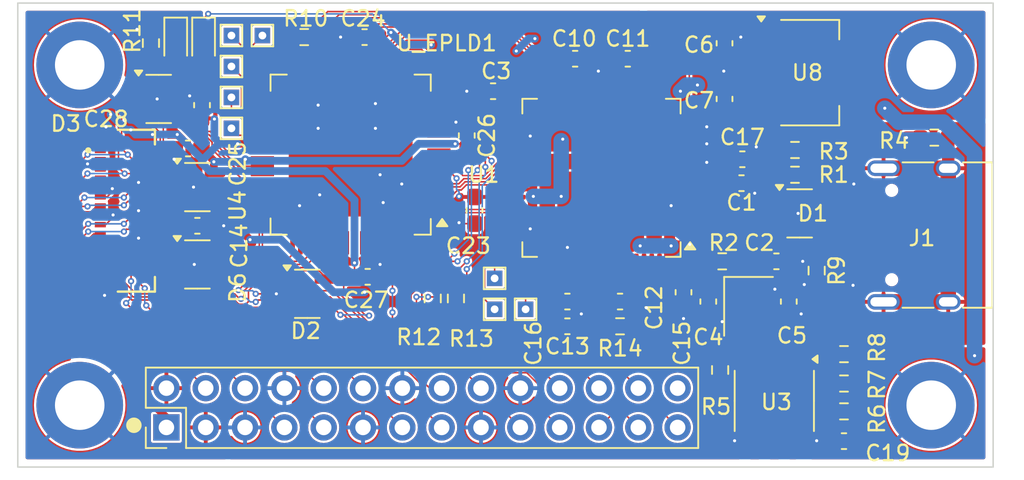
<source format=kicad_pcb>
(kicad_pcb (version 20240108) (generator "pcbnew") (generator_version "8.0")
  (title_block (title "UnIC") (date "2024-05-02") (rev "1.0") (company "Modular Circuits"))
  (layers (0 "F.Cu" signal) (31 "B.Cu" signal) (34 "B.Paste" user) (35 "F.Paste" user) (36 "B.SilkS" user "B.Silkscreen") (37 "F.SilkS" user "F.Silkscreen") (38 "B.Mask" user) (39 "F.Mask" user) (44 "Edge.Cuts" user))
  (net 0 "")
  (net 1 "GND")
  (net 2 "Net-(U1-VPLL)")
  (net 3 "Net-(U1-VPHY)")
  (net 4 "VCORE")
  (net 5 "VCC")
  (net 6 "VBUS")
  (net 8 "/JTAG_TCK")
  (net 9 "/JTAG_SEL_N")
  (net 10 "/RECONFIG_N")
  (net 11 "/JTAG_TDI")
  (net 12 "/JTAG_TMS")
  (net 13 "/JTAG_TDO")
  (net 14 "/SER_RXD")
  (net 15 "/SER_TXD")
  (net 16 "/JTAG_LED")
  (net 17 "/IO5A")
  (net 18 "/IO2B")
  (net 19 "/IO5B")
  (net 20 "/IO1A")
  (net 21 "/IO3B")
  (net 22 "/IO1B")
  (net 23 "/IO2A")
  (net 24 "+5V")
  (net 25 "/IO4A")
  (net 26 "/IO4B")
  (net 27 "/IO3A")
  (net 28 "Net-(U1-~{RESET})")
  (net 29 "Net-(U3-DO)")
  (net 30 "Net-(U1-EEDATA)")
  (net 31 "Net-(U1-EECLK)")
  (net 32 "Net-(U1-EECS)")
  (net 33 "Net-(U1-REF)")
  (net 35 "/FT_JTAG_TMS")
  (net 36 "/FT_JTAG_EN_N")
  (net 37 "/FT_JTAG_TCK")
  (net 39 "/FT_SER_LED")
  (net 41 "Net-(U1-OSCI)")
  (net 43 "/FT_JTAG_SEL_N")
  (net 44 "/FT_SER_TXD")
  (net 46 "/FT_SER_RXD")
  (net 48 "/FT_JTAG_TDI")
  (net 49 "/FT_JTAG_TDO")
  (net 50 "Net-(U1-OSCO)")
  (net 53 "/FT_RECONFIG_N")
  (net 54 "VIO")
  (net 57 "Net-(U1-DM)")
  (net 58 "Net-(U1-DP)")
  (net 61 "Net-(D4-A)")
  (net 62 "Net-(D5-A)")
  (net 63 "/SHIELD")
  (net 64 "Net-(U1-BCBUS0)")
  (net 65 "Net-(U1-BDBUS7)")
  (net 66 "Net-(U1-BDBUS6)")
  (net 67 "/EPRG_TCK")
  (net 68 "/EPRG_FT_TCK")
  (net 69 "/FT_IO4A")
  (net 71 "/EPRG_TDO")
  (net 72 "/FT_IO2B")
  (net 73 "/FT_IO4B")
  (net 77 "/FT_IO2A")
  (net 85 "V_ECORE")
  (net 87 "/EPRG_TMS")
  (net 90 "/EPRG_TDI")
  (net 95 "/FT_ACBUS6")
  (net 96 "/FT_ACBUS4")
  (net 97 "/FT_ACBUS5")
  (net 98 "/FT_ACBUS7")
  (net 99 "Net-(TP1-Pad1)")
  (net 100 "Net-(TP2-Pad1)")
  (net 101 "Net-(TP3-Pad1)")
  (net 102 "Net-(TP7-Pad1)")
  (net 103 "Net-(TP8-Pad1)")
  (net 104 "/FT_ACBUS3")
  (footprint "Capacitor_SMD:C_0603_1608Metric_Pad1.08x0.95mm_HandSolder" (layer "F.Cu") (at 75.5 39.3)
    (property "Reference" "C16")
    (property "Value" "3.3u")
  )
  (footprint "Resistor_SMD:R_0603_1608Metric_Pad0.98x0.95mm_HandSolder" (layer "F.Cu") (at 93.365 46.4 180)
    (property "Reference" "R6")
    (property "Value" "10k")
  )
  (footprint "TestPoint:TestPoint_THTPad_1.0x1.0mm_Drill0.5mm" (layer "F.Cu") (at 70.8 39.8)
    (property "Reference" "TP6" (hide yes))
    (property "Value" "TestPoint")
  )
  (footprint "Capacitor_SMD:C_0603_1608Metric_Pad1.08x0.95mm_HandSolder" (layer "F.Cu") (at 69.5 33.4 -90)
    (property "Reference" "C23")
    (property "Value" "3.3u")
  )
  (footprint "Resistor_SMD:R_0603_1608Metric_Pad0.98x0.95mm_HandSolder" (layer "F.Cu") (at 93.365 42.7 180)
    (property "Reference" "R8")
    (property "Value" "10k")
  )
  (footprint "Capacitor_SMD:C_0603_1608Metric_Pad1.08x0.95mm_HandSolder" (layer "F.Cu") (at 76 23.6)
    (property "Reference" "C10")
    (property "Value" "3.3u")
  )
  (footprint "Capacitor_SMD:C_0603_1608Metric_Pad1.08x0.95mm_HandSolder" (layer "F.Cu") (at 62.4 22.2 180)
    (property "Reference" "C24")
    (property "Value" "3.3u")
  )
  (footprint "Capacitor_SMD:C_0603_1608Metric_Pad1.08x0.95mm_HandSolder" (layer "F.Cu") (at 84.6 39.3 -90)
    (property "Reference" "C4")
    (property "Value" "15p")
  )
  (footprint "Capacitor_SMD:C_0603_1608Metric_Pad1.08x0.95mm_HandSolder" (layer "F.Cu") (at 85.65 26.2 90)
    (property "Reference" "C7")
    (property "Value" "3.3u")
  )
  (footprint "Connector_PinHeader_2.54mm:PinHeader_2x14_P2.54mm_Vertical" (layer "F.Cu") (at 49.6 47.44 90)
    (property "Reference" "J_EXT2" (hide yes))
    (property "Value" "Conn_01x27")
  )
  (footprint "Capacitor_SMD:C_0603_1608Metric_Pad1.08x0.95mm_HandSolder" (layer "F.Cu") (at 75.5 40.9)
    (property "Reference" "C13")
    (property "Value" "3.3u")
  )
  (footprint "Resistor_SMD:R_0603_1608Metric_Pad0.98x0.95mm_HandSolder" (layer "F.Cu") (at 90.2 29.5 180)
    (property "Reference" "R3")
    (property "Value" "10k")
  )
  (footprint "Package_TO_SOT_SMD:SOT-23-5" (layer "F.Cu") (at 49.1 26.2)
    (property "Reference" "D3")
    (property "Value" "ESDA5V3SC5")
  )
  (footprint "Package_QFP:TQFP-64-1EP_10x10mm_P0.5mm_EP8x8mm" (layer "F.Cu") (at 61.5 29.8 180)
    (property "Reference" "U_EPLD1")
    (property "Value" "5M40Z")
  )
  (footprint "Capacitor_SMD:C_0603_1608Metric_Pad1.08x0.95mm_HandSolder" (layer "F.Cu") (at 51.9 26.6 90)
    (property "Reference" "C28")
    (property "Value" "3.3u")
  )
  (footprint "LED_SMD:LED_0603_1608Metric_Pad1.05x0.95mm_HandSolder" (layer "F.Cu") (at 50.2 22.6 -90)
    (property "Reference" "D5" (hide yes))
    (property "Value" "LED")
  )
  (footprint "MountingHole:MountingHole_3.2mm_M3_DIN965_Pad" (layer "F.Cu") (at 99 24)
    (property "Reference" "H3" (hide yes))
    (property "Value" "MountingHole")
  )
  (footprint "UNIC:Molex_502598-2793_2Rows-23P~0.60mm_Horizontal" (layer "F.Cu") (at 46.952384 33.424999 -90)
    (property "Reference" "J_EXT1" (hide yes))
    (property "Value" "Conn_01x27_MountingPin" (hide yes))
  )
  (footprint "Resistor_SMD:R_0603_1608Metric_Pad0.98x0.95mm_HandSolder" (layer "F.Cu") (at 66.8 39.1 90)
    (property "Reference" "R12")
    (property "Value" "0")
  )
  (footprint "Package_TO_SOT_SMD:SOT-223-3_TabPin2" (layer "F.Cu") (at 91.15 24.5)
    (property "Reference" "U8")
    (property "Value" "AMS1117-3.3")
  )
  (footprint "Resistor_SMD:R_0603_1608Metric_Pad0.98x0.95mm_HandSolder" (layer "F.Cu") (at 91.6 37.3 -90)
    (property "Reference" "R9")
    (property "Value" "12k")
  )
  (footprint "Package_TO_SOT_SMD:SOT-23-5" (layer "F.Cu") (at 51.6 36.9)
    (property "Reference" "D6")
    (property "Value" "ESDA5V3SC5")
  )
  (footprint "Package_TO_SOT_SMD:SOT-23-5" (layer "F.Cu") (at 90.5 33.6)
    (property "Reference" "D1")
    (property "Value" "ESDA5V3SC5")
  )
  (footprint "Resistor_SMD:R_0603_1608Metric_Pad0.98x0.95mm_HandSolder" (layer "F.Cu") (at 99.2 28.7 180)
    (property "Reference" "R4")
    (property "Value" "0")
  )
  (footprint "TestPoint:TestPoint_THTPad_1.0x1.0mm_Drill0.5mm" (layer "F.Cu") (at 53.8 28.1)
    (property "Reference" "TP8" (hide yes))
    (property "Value" "TestPoint")
  )
  (footprint "Package_TO_SOT_SMD:SOT-23-5" (layer "F.Cu") (at 51.6 31.9)
    (property "Reference" "U4")
    (property "Value" "MIC5504-1.8YM5")
  )
  (footprint "Package_TO_SOT_SMD:SOT-23-5" (layer "F.Cu") (at 58.7 38.8)
    (property "Reference" "D2")
    (property "Value" "ESDA5V3SC5")
  )
  (footprint "Resistor_SMD:R_0603_1608Metric_Pad0.98x0.95mm_HandSolder" (layer "F.Cu") (at 93.365 44.6 180)
    (property "Reference" "R7")
    (property "Value" "10k")
  )
  (footprint "TestPoint:TestPoint_THTPad_1.0x1.0mm_Drill0.5mm" (layer "F.Cu") (at 72.8 39.8)
    (property "Reference" "TP4" (hide yes))
    (property "Value" "TestPoint")
  )
  (footprint "Resistor_SMD:R_0603_1608Metric_Pad0.98x0.95mm_HandSolder" (layer "F.Cu") (at 85.5 36.7)
    (property "Reference" "R2")
    (property "Value" "0")
  )
  (footprint "TestPoint:TestPoint_THTPad_1.0x1.0mm_Drill0.5mm" (layer "F.Cu") (at 70.8 37.8)
    (property "Reference" "TP5" (hide yes))
    (property "Value" "TestPoint")
  )
  (footprint "Capacitor_SMD:C_0603_1608Metric_Pad1.08x0.95mm_HandSolder" (layer "F.Cu") (at 69 28.5625 90)
    (property "Reference" "C26")
    (property "Value" "3.3u")
  )
  (footprint "TestPoint:TestPoint_THTPad_1.0x1.0mm_Drill0.5mm" (layer "F.Cu") (at 53.8 26.1)
    (property "Reference" "TP7" (hide yes))
    (property "Value" "TestPoint")
  )
  (footprint "Capacitor_SMD:C_0603_1608Metric_Pad1.08x0.95mm_HandSolder" (layer "F.Cu") (at 78.9 39.3)
    (property "Reference" "C12")
    (property "Value" "3.3u")
  )
  (footprint "Resistor_SMD:R_0603_1608Metric_Pad0.98x0.95mm_HandSolder" (layer "F.Cu") (at 58.5 22.2)
    (property "Reference" "R10")
    (property "Value" "220")
  )
  (footprint "Capacitor_SMD:C_0603_1608Metric_Pad1.08x0.95mm_HandSolder" (layer "F.Cu") (at 89 36.7)
    (property "Reference" "C2")
    (property "Value" "3.3u")
  )
  (footprint "Capacitor_SMD:C_0603_1608Metric_Pad1.08x0.95mm_HandSolder" (layer "F.Cu") (at 62.6 37.7)
    (property "Reference" "C27")
    (property "Value" "3.3u")
  )
  (footprint "TestPoint:TestPoint_THTPad_1.0x1.0mm_Drill0.5mm" (layer "F.Cu") (at 55.8 22.1)
    (property "Reference" "TP1" (hide yes))
    (property "Value" "TestPoint")
  )
  (footprint "Capacitor_SMD:C_0603_1608Metric_Pad1.08x0.95mm_HandSolder" (layer "F.Cu") (at 51 29.4 180)
    (property "Reference" "C25")
    (property "Value" "3.3u")
  )
  (footprint "MountingHole:MountingHole_3.2mm_M3_DIN965_Pad" (layer "F.Cu") (at 44 46)
    (property "Reference" "H1" (hide yes))
    (property "Value" "MountingHole")
  )
  (footprint "Resistor_SMD:R_0603_1608Metric_Pad0.98x0.95mm_HandSolder" (layer "F.Cu") (at 90.2 31.1 180)
    (property "Reference" "R1")
    (property "Value" "0")
  )
  (footprint "UNIC:Oscillator_SMD_Abracon_ASE-4Pin_3.2x2.5mm" (layer "F.Cu") (at 87.2 39.60791 -90)
    (property "Reference" "Y1" (hide yes))
    (property "Value" "12MHz")
  )
  (footprint "Resistor_SMD:R_0603_1608Metric_Pad0.98x0.95mm_HandSolder" (layer "F.Cu") (at 78.9 40.9 180)
    (property "Reference" "R14")
    (property "Value" "10k")
  )
  (footprint "Connector_USB:USB_C_Receptacle_HRO_TYPE-C-31-M-12" (layer "F.Cu") (at 99.05 35 90)
    (property "Reference" "J1")
    (property "Value" "USB_C_Receptacle_USB2.0_14P")
  )
  (footprint "LED_SMD:LED_0603_1608Metric_Pad1.05x0.95mm_HandSolder" (layer "F.Cu") (at 52 22.6 -90)
    (property "Reference" "D4" (hide yes))
    (property "Value" "LED")
  )
  (footprint "MountingHole:MountingHole_3.2mm_M3_DIN965_Pad" (layer "F.Cu") (at 44 24)
    (property "Reference" "H4" (hide yes))
    (property "Value" "MountingHole")
  )
  (footprint "Resistor_SMD:R_0603_1608Metric_Pad0.98x0.95mm_HandSolder" (layer "F.Cu") (at 48.6 22.5875 90)
    (property "Reference" "R11")
    (property "Value" "220")
  )
  (footprint "Capacitor_SMD:C_0603_1608Metric_Pad1.08x0.95mm_HandSolder" (layer "F.Cu") (at 85.65 22.6 -90)
    (property "Reference" "C6")
    (property "Value" "3.3u")
  )
  (footprint "Capacitor_SMD:C_0603_1608Metric_Pad1.08x0.95mm_HandSolder" (layer "F.Cu") (at 70.7 25.7 180)
    (property "Reference" "C3")
    (property "Value" "3.3u")
  )
  (footprint "TestPoint:TestPoint_THTPad_1.0x1.0mm_Drill0.5mm" (layer "F.Cu") (at 53.8 24.1)
    (property "Reference" "TP3" (hide yes))
    (property "Value" "TestPoint")
  )
  (footprint "Capacitor_SMD:C_0603_1608Metric_Pad1.08x0.95mm_HandSolder" (layer "F.Cu") (at 83 38.7 -90)
    (property "Reference" "C15")
    (property "Value" "3.3u")
  )
  (footprint "Capacitor_SMD:C_0603_1608Metric_Pad1.08x0.95mm_HandSolder" (layer "F.Cu") (at 86.74541 31.64541)
    (property "Reference" "C1")
    (property "Value" "3.3u")
  )
  (footprint "Package_QFP:LQFP-64_10x10mm_P0.5mm" (layer "F.Cu") (at 77.7 31.3 180)
    (property "Reference" "U1")
    (property "Value" "FT2232HL")
  )
  (footprint "Capacitor_SMD:C_0603_1608Metric_Pad1.08x0.95mm_HandSolder" (layer "F.Cu") (at 51.6 34.4)
    (property "Reference" "C14")
    (property "Value" "3.3u")
  )
  (footprint "Package_SO:SO-8_3.9x4.9mm_P1.27mm" (layer "F.Cu") (at 88.865 45.725 -90)
    (property "Reference" "U3")
    (property "Value" "93CxxA")
  )
  (footprint "Capacitor_SMD:C_0603_1608Metric_Pad1.08x0.95mm_HandSolder" (layer "F.Cu") (at 79.4 23.6 180)
    (property "Reference" "C11")
    (property "Value" "3.3u")
  )
  (footprint "Resistor_SMD:R_0603_1608Metric_Pad0.98x0.95mm_HandSolder" (layer "F.Cu") (at 68.3 39.1 90)
    (property "Reference" "R13")
    (property "Value" "10k")
  )
  (footprint "Resistor_SMD:R_0603_1608Metric_Pad0.98x0.95mm_HandSolder" (layer "F.Cu") (at 85.365 43.725 -90)
    (property "Reference" "R5")
    (property "Value" "2.2k")
  )
  (footprint "TestPoint:TestPoint_THTPad_1.0x1.0mm_Drill0.5mm" (layer "F.Cu") (at 53.8 22.1)
    (property "Reference" "TP2" (hide yes))
    (property "Value" "TestPoint")
  )
  (footprint "Capacitor_SMD:C_0603_1608Metric_Pad1.08x0.95mm_HandSolder" (layer "F.Cu") (at 93.365 48.325 180)
    (property "Reference" "C19")
    (property "Value" "3.3u")
  )
  (footprint "MountingHole:MountingHole_3.2mm_M3_DIN965_Pad" (layer "F.Cu") (at 99 46)
    (property "Reference" "H2" (hide yes))
    (property "Value" "MountingHole")
  )
  (footprint "Capacitor_SMD:C_0603_1608Metric_Pad1.08x0.95mm_HandSolder" (layer "F.Cu") (at 86.8 30.1)
    (property "Reference" "C17")
    (property "Value" "3.3u")
  )
  (footprint "Capacitor_SMD:C_0603_1608Metric_Pad1.08x0.95mm_HandSolder" (layer "F.Cu") (at 89.8 39.3 -90)
    (property "Reference" "C5")
    (property "Value" "15p")
  )
  (gr_circle (center 47.5 47.3) (end 47.924264 47.3) (stroke (width 0.15)) (fill solid) (layer "F.SilkS"))
  (gr_rect (start 40 20) (end 103 50) (stroke (width 0.1)) (fill none) (layer "Edge.Cuts"))
  (segment (start 44.829994 30.724999) (end 44.504995 30.4) (width 0.1) (layer "F.Cu") (net 1))
  (segment (start 45.696684 28.549997) (end 45.696684 28.008311) (width 0.1) (layer "F.Cu") (net 1))
  (segment (start 73.1 34.6) (end 72.075 34.6) (width 0.1) (layer "F.Cu") (net 1))
  (segment (start 84.6 40.1625) (end 85.0625 40.1625) (width 0.1) (layer "F.Cu") (net 1))
  (segment (start 83 39.5625) (end 83 40.4) (width 0.1) (layer "F.Cu") (net 1))
  (segment (start 76.3625 39.3) (end 76.3625 40.0625) (width 0.1) (layer "F.Cu") (net 1))
  (segment (start 72.075 34.6) (end 72.025 34.55) (width 0.1) (layer "F.Cu") (net 1))
  (segment (start 93.95 38.25) (end 95.005 38.25) (width 0.5) (layer "F.Cu") (net 1))
  (segment (start 84.25 30.55) (end 84.5 30.3) (width 0.1) (layer "F.Cu") (net 1))
  (segment (start 69.8375 25.7) (end 69 25.7) (width 0.1) (layer "F.Cu") (net 1))
  (segment (start 73.1 28.6) (end 72.075 28.6) (width 0.1) (layer "F.Cu") (net 1))
  (segment (start 74.95 36.35) (end 74.95 36.975) (width 0.1) (layer "F.Cu") (net 1))
  (segment (start 45.679995 34.325) (end 45.329995 34.325) (width 0.1) (layer "F.Cu") (net 1))
  (segment (start 83.325 33.1) (end 83.375 33.05) (width 0.1) (layer "F.Cu") (net 1))
  (segment (start 86.375 40.65791) (end 85.55791 40.65791) (width 0.1) (layer "F.Cu") (net 1))
  (segment (start 76.3625 40.1375) (end 76.4 40.1) (width 0.1) (layer "F.Cu") (net 1))
  (segment (start 45.779997 32.524998) (end 45.329995 32.524998) (width 0.1) (layer "F.Cu") (net 1))
  (segment (start 76.8625 23.7625) (end 77.5 24.4) (width 0.1) (layer "F.Cu") (net 1))
  (segment (start 45.696684 38.300001) (end 45.696684 38.808311) (width 0.1) (layer "F.Cu") (net 1))
  (segment (start 83.375 29.05) (end 84.45 29.05) (width 0.1) (layer "F.Cu") (net 1))
  (segment (start 69 27.7) (end 68.3 27.7) (width 0.1) (layer "F.Cu") (net 1))
  (segment (start 76.3625 40.9) (end 76.3625 40.1375) (width 0.1) (layer "F.Cu") (net 1))
  (segment (start 78.3 23.6) (end 77.5 24.4) (width 0.1) (layer "F.Cu") (net 1))
  (segment (start 85.0625 40.1625) (end 85.5 40.6) (width 0.1) (layer "F.Cu") (net 1))
  (segment (start 83.375 28.05) (end 84.45 28.05) (width 0.1) (layer "F.Cu") (net 1))
  (segment (start 50.4625 36.9) (end 51.4 36.9) (width 0.1) (layer "F.Cu") (net 1))
  (segment (start 52.4625 34.4) (end 53.3 34.4) (width 0.1) (layer "F.Cu") (net 1))
  (segment (start 83.375 30.55) (end 84.25 30.55) (width 0.1) (layer "F.Cu") (net 1))
  (segment (start 87.60791 32.2875) (end 87.6 32.29541) (width 0.1) (layer "F.Cu") (net 1))
  (segment (start 84.25 30.05) (end 84.5 30.3) (width 0.1) (layer "F.Cu") (net 1))
  (segment (start 63.4625 37.7) (end 63.4625 36.9625) (width 0.1) (layer "F.Cu") (net 1))
  (segment (start 47.8 33.424999) (end 48.345005 33.424999) (width 0.1) (layer "F.Cu") (net 1))
  (segment (start 83.375 35.05) (end 83.375 35.575) (width 0.1) (layer "F.Cu") (net 1))
  (segment (start 82.2 33.1) (end 83.325 33.1) (width 0.1) (layer "F.Cu") (net 1))
  (segment (start 94.955 31.7) (end 95.005 31.75) (width 0.5) (layer "F.Cu") (net 1))
  (segment (start 89.8625 36.7) (end 90.7 36.7) (width 0.1) (layer "F.Cu") (net 1))
  (segment (start 46.104995 32.2) (end 45.779997 32.524998) (width 0.1) (layer "F.Cu") (net 1))
  (segment (start 50.4625 31.9) (end 51.35 31.9) (width 0.1) (layer "F.Cu") (net 1))
  (segment (start 47.8 35.2) (end 47.825 35.225) (width 0.1) (layer "F.Cu") (net 1))
  (segment (start 72.075 28.6) (end 72.025 28.55) (width 0.1) (layer "F.Cu") (net 1))
  (segment (start 87.60791 31.64541) (end 87.60791 32.2875) (width 0.1) (layer "F.Cu") (net 1))
  (segment (start 84.45 28.05) (end 84.5 28) (width 0.1) (layer "F.Cu") (net 1))
  (segment (start 45.704995 28) (end 45.696684 28.008311) (width 0.1) (layer "F.Cu") (net 1))
  (segment (start 85.65 24.45) (end 85.6 24.4) (width 0.1) (layer "F.Cu") (net 1))
  (segment (start 89.3625 33.6) (end 90.4 33.6) (width 0.1) (layer "F.Cu") (net 1))
  (segment (start 68.5625 34.2625) (end 68.5 34.2) (width 0.1) (layer "F.Cu") (net 1))
  (segment (start 77.45 25.625) (end 77.45 24.45) (width 0.1) (layer "F.Cu") (net 1))
  (segment (start 46.154995 33.7) (end 46.154995 33.85) (width 0.1) (layer "F.Cu") (net 1))
  (segment (start 89.8 40.1625) (end 90.5375 40.1625) (width 0.1) (layer "F.Cu") (net 1))
  (segment (start 47.825 31.625) (end 48.345005 31.625) (width 0.1) (layer "F.Cu") (net 1))
  (segment (start 51.1 26) (end 51.3625 25.7375) (width 0.1) (layer "F.Cu") (net 1))
  (segment (start 94 31.7) (end 94.955 31.7) (width 0.5) (layer "F.Cu") (net 1))
  (segment (start 91.625 48.325) (end 91.6 48.3) (width 0.1) (layer "F.Cu") (net 1))
  (segment (start 86.96 48.3) (end 86.3 48.3) (width 0.1) (layer "F.Cu") (net 1))
  (segment (start 50.1 30.1) (end 50.1375 30.0625) (width 0.1) (layer "F.Cu") (net 1))
  (segment (start 45.696684 38.808311) (end 45.604995 38.9) (width 0.1) (layer "F.Cu") (net 1))
  (segment (start 47.725 21.675) (end 47.7 21.7) (width 0.1) (layer "F.Cu") (net 1))
  (segment (start 57.5625 38.8) (end 56.7 38.8) (width 0.1) (layer "F.Cu") (net 1))
  (segment (start 46.104995 32) (end 46.104995 32.2) (width 0.1) (layer "F.Cu") (net 1))
  (segment (start 49 26.2) (end 47.9625 26.2) (width 0.1) (layer "F.Cu") (net 1))
  (segment (start 85.55791 40.65791) (end 85.5 40.6) (width 0.1) (layer "F.Cu") (net 1))
  (segment (start 60.85 22.2) (end 61.5375 22.2) (width 0.1) (layer "F.Cu") (net 1))
  (segment (start 85.65 24.35) (end 85.6 24.4) (width 0.1) (layer "F.Cu") (net 1))
  (segment (start 87.6625 30.1) (end 87.6625 29.3375) (width 0.1) (layer "F.Cu") (net 1))
  (segment (start 88.84209 38.55791) (end 88.9 38.5) (width 0.1) (layer "F.Cu") (net 1))
  (segment (start 50.1375 30.0625) (end 50.1375 29.4) (width 0.1) (layer "F.Cu") (net 1))
  (segment (start 98.2875 28.7) (end 97.4 28.7) (width 0.8) (layer "F.Cu") (net 1))
  (segment (start 78.5375 23.6) (end 78.3 23.6) (width 0.1) (layer "F.Cu") (net 1))
  (segment (start 76.8625 23.6) (end 76.8625 23.7625) (width 0.1) (layer "F.Cu") (net 1))
  (segment (start 85.65 25.3375) (end 85.65 24.45) (width 0.1) (layer "F.Cu") (net 1))
  (segment (start 83.375 35.575) (end 83.4 35.6) (width 0.1) (layer "F.Cu") (net 1))
  (segment (start 92.5025 48.325) (end 91.625 48.325) (width 0.1) (layer "F.Cu") (net 1))
  (segment (start 76.3625 40.0625) (end 76.4 40.1) (width 0.1) (layer "F.Cu") (net 1))
  (segment (start 90.8125 38.2125) (end 90.8 38.2) (width 0.1) (layer "F.Cu") (net 1))
  (segment (start 91.6 38.2125) (end 90.8125 38.2125) (width 0.1) (layer "F.Cu") (net 1))
  (segment (start 90.5375 40.1625) (end 90.6 40.1) (width 0.1) (layer "F.Cu") (net 1))
  (segment (start 46.154995 33.85) (end 45.679995 34.325) (width 0.1) (layer "F.Cu") (net 1))
  (segment (start 75.5 35.8) (end 74.95 36.35) (width 0.1) (layer "F.Cu") (net 1))
  (segment (start 88 22.2) (end 86.7 22.2) (width 0.1) (layer "F.Cu") (net 1))
  (segment (start 83.375 30.05) (end 84.25 30.05) (width 0.1) (layer "F.Cu") (net 1))
  (segment (start 45.329995 30.724999) (end 44.829994 30.724999) (width 0.1) (layer "F.Cu") (net 1))
  (segment (start 47.825 35.225) (end 48.345005 35.225) (width 0.1) (layer "F.Cu") (net 1))
  (segment (start 87.6625 29.3375) (end 87.7 29.3) (width 0.1) (layer "F.Cu") (net 1))
  (segment (start 84.45 29.05) (end 84.5 29.1) (width 0.1) (layer "F.Cu") (net 1))
  (segment (start 48.6 21.675) (end 47.725 21.675) (width 0.1) (layer "F.Cu") (net 1))
  (segment (start 47.8 31.6) (end 47.825 31.625) (width 0.1) (layer "F.Cu") (net 1))
  (segment (start 88.025 38.55791) (end 88.84209 38.55791) (width 0.1) (layer "F.Cu") (net 1))
  (segment (start 51.3625 25.7375) (end 51.9 25.7375) (width 0.1) (layer "F.Cu") (net 1))
  (segment (start 77.45 24.45) (end 77.5 24.4) (width 0.1) (layer "F.Cu") (net 1))
  (segment (start 85.65 23.4625) (end 85.65 24.35) (width 0.1) (layer "F.Cu") (net 1))
  (segment (start 80.2 39.3) (end 80.6 39.7) (width 0.1) (layer "F.Cu") (net 1))
  (segment (start 69.5 34.2625) (end 68.5625 34.2625) (width 0.1) (layer "F.Cu") (net 1))
  (segment (start 79.45 39.4) (end 79.45 39.5) (width 0.1) (layer "F.Cu") (net 1))
  (segment (start 79.7625 39.3) (end 80.2 39.3) (width 0.1) (layer "F.Cu") (net 1))
  (segment (start 63.4625 36.9625) (end 63.4 36.9) (width 0.1) (layer "F.Cu") (net 1))
  (via (at 93.95 38.25) (size 0.4) (drill 0.2) (layers "F.Cu" "B.Cu") (net 1))
  (via (at 87.6 32.29541) (size 0.4) (drill 0.2) (layers "F.Cu" "B.Cu") (net 1))
  (via (at 85.5 40.6) (size 0.4) (drill 0.2) (layers "F.Cu" "B.Cu") (net 1))
  (via (at 76.4 40.1) (size 0.4) (drill 0.2) (layers "F.Cu" "B.Cu") (net 1))
  (via (at 46.104995 32) (size 0.4) (drill 0.2) (layers "F.Cu" "B.Cu") (net 1))
  (via (at 56.7 38.8) (size 0.4) (drill 0.2) (layers "F.Cu" "B.Cu") (net 1))
  (via (at 84.5 29.1) (size 0.4) (drill 0.2) (layers "F.Cu" "B.Cu") (net 1))
  (via (at 73.1 28.6) (size 0.4) (drill 0.2) (layers "F.Cu" "B.Cu") (net 1))
  (via (at 59.5 32.4) (size 0.4) (drill 0.2) (layers "F.Cu" "B.Cu") (net 1))
  (via (at 58.2 33.1) (size 0.4) (drill 0.2) (layers "F.Cu" "B.Cu") (net 1))
  (via (at 88.9 38.5) (size 0.4) (drill 0.2) (layers "F.Cu" "B.Cu") (net 1))
  (via (at 69 25.7) (size 0.4) (drill 0.2) (layers "F.Cu" "B.Cu") (net 1))
  (via (at 59.4 28.1) (size 0.4) (drill 0.2) (layers "F.Cu" "B.Cu") (net 1))
  (via (at 47.8 35.2) (size 0.4) (drill 0.2) (layers "F.Cu" "B.Cu") (net 1))
  (via (at 51.35 31.9) (size 0.4) (drill 0.2) (layers "F.Cu" "B.Cu") (net 1))
  (via (at 44.504995 30.4) (size 0.4) (drill 0.2) (layers "F.Cu" "B.Cu") (net 1))
  (via (at 63.1 28.1) (size 0.4) (drill 0.2) (layers "F.Cu" "B.Cu") (net 1))
  (via (at 63.6 32.9) (size 0.4) (drill 0.2) (layers "F.Cu" "B.Cu") (net 1))
  (via (at 75.5 35.8) (size 0.4) (drill 0.2) (layers "F.Cu" "B.Cu") (net 1))
  (via (at 63.1 26.5) (size 0.4) (drill 0.2) (layers "F.Cu" "B.Cu") (net 1))
  (via (at 85.6 24.4) (size 0.4) (drill 0.2) (layers "F.Cu" "B.Cu") (net 1))
  (via (at 64.8 31.7) (size 0.4) (drill 0.2) (layers "F.Cu" "B.Cu") (net 1))
  (via (at 68.3 27.7) (size 0.4) (drill 0.2) (layers "F.Cu" "B.Cu") (net 1))
  (via (at 45.696684 28.008311) (size 0.4) (drill 0.2) (layers "F.Cu" "B.Cu") (net 1))
  (via (at 82.2 33.1) (size 0.4) (drill 0.2) (layers "F.Cu" "B.Cu") (net 1))
  (via (at 68.5 34.2) (size 0.4) (drill 0.2) (layers "F.Cu" "B.Cu") (net 1))
  (via (at 80.6 39.7) (size 0.4) (drill 0.2) (layers "F.Cu" "B.Cu") (net 1))
  (via (at 47.8 31.6) (size 0.4) (drill 0.2) (layers "F.Cu" "B.Cu") (net 1))
  (via (at 53.3 34.4) (size 0.4) (drill 0.2) (layers "F.Cu" "B.Cu") (net 1))
  (via (at 63.4 31.1) (size 0.4) (drill 0.2) (layers "F.Cu" "B.Cu") (net 1))
  (via (at 77.5 24.4) (size 0.4) (drill 0.2) (layers "F.Cu" "B.Cu") (net 1))
  (via (at 47.8 33.424999) (size 0.4) (drill 0.2) (layers "F.Cu" "B.Cu") (net 1))
  (via (at 47.7 21.7) (size 0.4) (drill 0.2) (layers "F.Cu" "B.Cu") (net 1))
  (via (at 59.4 26.6) (size 0.4) (drill 0.2) (layers "F.Cu" "B.Cu") (net 1))
  (via (at 97.4 28.7) (size 0.4) (drill 0.2) (layers "F.Cu" "B.Cu") (net 1))
  (via (at 83 40.4) (size 0.4) (drill 0.2) (layers "F.Cu" "B.Cu") (net 1))
  (via (at 50.1 30.1) (size 0.4) (drill 0.2) (layers "F.Cu" "B.Cu") (net 1))
  (via (at 90.6 40.1) (size 0.4) (drill 0.2) (layers "F.Cu" "B.Cu") (net 1))
  (via (at 73.1 34.6) (size 0.4) (drill 0.2) (layers "F.Cu" "B.Cu") (net 1))
  (via (at 46.154995 33.7) (size 0.4) (drill 0.2) (layers "F.Cu" "B.Cu") (net 1))
  (via (at 90.8 38.2) (size 0.4) (drill 0.2) (layers "F.Cu" "B.Cu") (net 1))
  (via (at 90.7 36.7) (size 0.4) (drill 0.2) (layers "F.Cu" "B.Cu") (net 1))
  (via (at 49 26.2) (size 0.4) (drill 0.2) (layers "F.Cu" "B.Cu") (net 1))
  (via (at 51.1 26) (size 0.4) (drill 0.2) (layers "F.Cu" "B.Cu") (net 1))
  (via (at 91.6 48.3) (size 0.4) (drill 0.2) (layers "F.Cu" "B.Cu") (net 1))
  (via (at 83.4 35.6) (size 0.4) (drill 0.2) (layers "F.Cu" "B.Cu") (net 1))
  (via (at 94 31.7) (size 0.4) (drill 0.2) (layers "F.Cu" "B.Cu") (net 1))
  (via (at 87.7 29.3) (size 0.4) (drill 0.2) (layers "F.Cu" "B.Cu") (net 1))
  (via (at 86.7 22.2) (size 0.4) (drill 0.2) (layers "F.Cu" "B.Cu") (net 1))
  (via (at 63.4 36.9) (size 0.4) (drill 0.2) (layers "F.Cu" "B.Cu") (net 1))
  (via (at 90.4 33.6) (size 0.4) (drill 0.2) (layers "F.Cu" "B.Cu") (net 1))
  (via (at 84.5 28) (size 0.4) (drill 0.2) (layers "F.Cu" "B.Cu") (net 1))
  (via (at 84.5 30.3) (size 0.4) (drill 0.2) (layers "F.Cu" "B.Cu") (net 1))
  (via (at 60.85 22.2) (size 0.4) (drill 0.2) (layers "F.Cu" "B.Cu") (net 1))
  (via (at 86.3 48.3) (size 0.4) (drill 0.2) (layers "F.Cu" "B.Cu") (net 1))
  (via (at 45.604995 38.9) (size 0.4) (drill 0.2) (layers "F.Cu" "B.Cu") (net 1))
  (via (at 51.4 36.9) (size 0.4) (drill 0.2) (layers "F.Cu" "B.Cu") (net 1))
  (segment (start 85.88291 31.64541) (end 86.50791 31.02041) (width 0.1) (layer "F.Cu") (net 2))
  (segment (start 83.375 31.05) (end 85.2875 31.05) (width 0.1) (layer "F.Cu") (net 2))
  (segment (start 85.2875 31.05) (end 85.88291 31.64541) (width 0.1) (layer "F.Cu") (net 2))
  (segment (start 86.50791 31.02041) (end 89.20791 31.02041) (width 0.1) (layer "F.Cu") (net 2))
  (segment (start 89.20791 31.02041) (end 89.2875 31.1) (width 0.1) (layer "F.Cu") (net 2))
  (segment (start 86.4125 35.9125) (end 86.4125 36.7) (width 0.1) (layer "F.Cu") (net 3))
  (segment (start 83.375 33.55) (end 84.05 33.55) (width 0.1) (layer "F.Cu") (net 3))
  (segment (start 86.4125 36.7) (end 88.1375 36.7) (width 0.1) (layer "F.Cu") (net 3))
  (segment (start 84.05 33.55) (end 86.4125 35.9125) (width 0.1) (layer "F.Cu") (net 3))
  (segment (start 73.95 36.975) (end 73.95 38.25) (width 0.1) (layer "F.Cu") (net 4))
  (segment (start 83.375 29.55) (end 85.3875 29.55) (width 0.1) (layer "F.Cu") (net 4))
  (segment (start 73.65 29.95) (end 73.25 29.55) (width 0.1) (layer "F.Cu") (net 4))
  (segment (start 81.45 35.45) (end 81.1 35.1) (width 0.1) (layer "F.Cu") (net 4))
  (segment (start 73.25 29.55) (end 72.025 29.55) (width 0.1) (layer "F.Cu") (net 4))
  (segment (start 81.699999 29.55) (end 80.999999 30.25) (width 0.1) (layer "F.Cu") (net 4))
  (segment (start 81.45 36.975) (end 81.45 35.45) (width 0.1) (layer "F.Cu") (net 4))
  (segment (start 85.3875 29.55) (end 85.9375 30.1) (width 0.1) (layer "F.Cu") (net 4))
  (segment (start 74.2 30.5) (end 73.95 30.25) (width 1) (layer "F.Cu") (net 4))
  (segment (start 73.95 35.15) (end 74.2 34.9) (width 1) (layer "F.Cu") (net 4))
  (segment (start 71.8625 25.7) (end 73.45 27.2875) (width 0.1) (layer "F.Cu") (net 4))
  (segment (start 73.95 30.25) (end 80.5 30.25) (width 1) (layer "F.Cu") (net 4))
  (segment (start 72.0125 29.5625) (end 72.025 29.55) (width 0.1) (layer "F.Cu") (net 4))
  (segment (start 82.600001 29.55) (end 81.699999 29.55) (width 0.1) (layer "F.Cu") (net 4))
  (segment (start 73.45 29.75) (end 73.65 29.95) (width 0.1) (layer "F.Cu") (net 4))
  (segment (start 82.1375 36.975) (end 83 37.8375) (width 0.1) (layer "F.Cu") (net 4))
  (segment (start 81.1 30.85) (end 81.1 35.1) (width 1) (layer "F.Cu") (net 4))
  (segment (start 74.6375 39.3) (end 74.6375 38.9375) (width 0.1) (layer "F.Cu") (net 4))
  (segment (start 80.5 30.25) (end 81.1 30.85) (width 1) (layer "F.Cu") (net 4))
  (segment (start 73.95 36.975) (end 73.95 35.15) (width 0.1) (layer "F.Cu") (net 4))
  (segment (start 81.45 36.975) (end 82.1375 36.975) (width 0.1) (layer "F.Cu") (net 4))
  (segment (start 74.6375 38.9375) (end 73.95 38.25) (width 0.1) (layer "F.Cu") (net 4))
  (segment (start 73.95 30.25) (end 73.65 29.95) (width 1) (layer "F.Cu") (net 4))
  (segment (start 74.2 34.9) (end 74.2 30.5) (width 1) (layer "F.Cu") (net 4))
  (segment (start 73.45 27.2875) (end 73.45 29.75) (width 0.1) (layer "F.Cu") (net 4))
  (segment (start 72.85 32.05) (end 72.025 32.05) (width 0.1) (layer "F.Cu") (net 5))
  (segment (start 69.5 32.5375) (end 68.5375 32.5375) (width 0.1) (layer "F.Cu") (net 5))
  (segment (start 54.3 33.038738) (end 53.161262 31.9) (width 0.5) (layer "F.Cu") (net 5))
  (segment (start 63.8 22.2) (end 64.1 21.9) (width 0.1) (layer "F.Cu") (net 5))
  (segment (start 85.65 21.7375) (end 85.65 22.15) (width 0.1) (layer "F.Cu") (net 5))
  (segment (start 51.25 32.85) (end 50.4625 32.85) (width 0.1) (layer "F.Cu") (net 5))
  (segment (start 63.2625 22.2) (end 62.25 23.2125) (width 0.1) (layer "F.Cu") (net 5))
  (segment (start 91.1125 31.1) (end 91.1125 29.5) (width 0.1) (layer "F.Cu") (net 5))
  (segment (start 68.5375 32.5375) (end 68.5 32.5) (width 0.1) (layer "F.Cu") (net 5))
  (segment (start 63.2625 22.2) (end 63.8 22.2) (width 0.1) (layer "F.Cu") (net 5))
  (segment (start 68.055025 31.05) (end 67.2 31.05) (width 0.1) (layer "F.Cu") (net 5))
  (segment (start 53.161262 31.9) (end 52.2 31.9) (width 0.5) (layer "F.Cu") (net 5))
  (segment (start 52.2 31.9) (end 51.25 32.85) (width 0.1) (layer "F.Cu") (net 5))
  (segment (start 68.33915 31.334125) (end 68.055025 31.05) (width 0.1) (layer "F.Cu") (net 5))
  (segment (start 52 21) (end 52 21.725) (width 0.1) (layer "F.Cu") (net 5))
  (segment (start 79.95 25.625) (end 79.95 23.9125) (width 0.1) (layer "F.Cu") (net 5))
  (segment (start 73.3 32.5) (end 72.85 32.05) (width 0.1) (layer "F.Cu") (net 5))
  (segment (start 51.25 30.95) (end 52.2 31.9) (width 0.1) (layer "F.Cu") (net 5))
  (segment (start 62.25 23.2125) (end 62.25 24.1) (width 0.1) (layer "F.Cu") (net 5))
  (segment (start 52.3 20.7) (end 52 21) (width 0.1) (layer "F.Cu") (net 5))
  (segment (start 50.4625 34.125) (end 50.7375 34.4) (width 0.1) (layer "F.Cu") (net 5))
  (segment (start 54.3 33.5) (end 54.3 33.038738) (width 0.5) (layer "F.Cu") (net 5))
  (segment (start 75.2 28.8) (end 75.3 28.9) (width 0.1) (layer "F.Cu") (net 5))
  (segment (start 50.4625 32.85) (end 50.4625 34.125) (width 0.1) (layer "F.Cu") (net 5))
  (segment (start 79.95 23.9125) (end 80.2625 23.6) (width 0.1) (layer "F.Cu") (net 5))
  (segment (start 94.2275 48.325) (end 94.2275 48.275) (width 0.1) (layer "F.Cu") (net 5))
  (segment (start 101.7 42.7) (end 101.8 42.8) (width 0.1) (layer "F.Cu") (net 5))
  (segment (start 55 35.3) (end 54.3 34.6) (width 0.5) (layer "F.Cu") (net 5))
  (segment (start 54.3 34.6) (end 54.3 33.5) (width 0.5) (layer "F.Cu") (net 5))
  (segment (start 50.4625 30.95) (end 51.25 30.95) (width 0.1) (layer "F.Cu") (net 5))
  (via (at 75.1 32.5) (size 0.4) (drill 0.2) (layers "F.Cu" "B.Cu") (net 5))
  (via (at 62.4 38.7) (size 0.4) (drill 0.2) (layers "F.Cu" "B.Cu") (net 5))
  (via (at 73.4 22.3) (size 0.4) (drill 0.2) (layers "F.Cu" "B.Cu") (net 5))
  (via (at 83.9 25.3) (size 0.4) (drill 0.2) (layers "F.Cu" "B.Cu") (net 5))
  (via (at 64.1 21.9) (size 0.4) (drill 0.2) (layers "F.Cu" "B.Cu") (net 5))
  (via (at 52.3 20.7) (size 0.4) (drill 0.2) (layers "F.Cu" "B.Cu") (net 5))
  (via (at 55 35.3) (size 0.4) (drill 0.2) (layers "F.Cu" "B.Cu") (net 5))
  (via (at 82.2 35.7) (size 0.4) (drill 0.2) (layers "F.Cu" "B.Cu") (net 5))
  (via (at 72.2 23.1) (size 0.4) (drill 0.2) (layers "F.Cu" "B.Cu") (net 5))
  (via (at 96 26.8) (size 0.4) (drill 0.2) (layers "F.Cu" "B.Cu") (net 5))
  (via (at 66.7 22.7) (size 0.4) (drill 0.2) (layers "F.Cu" "B.Cu") (net 5))
  (via (at 101.8 42.8) (size 0.4) (drill 0.2) (layers "F.Cu" "B.Cu") (net 5))
  (via (at 75.2 28.8) (size 0.4) (drill 0.2) (layers "F.Cu" "B.Cu") (net 5))
  (via (at 68.5 32.5) (size 0.4) (drill 0.2) (layers "F.Cu" "B.Cu") (net 5))
  (via (at 68.33915 31.334125) (size 0.4) (drill 0.2) (layers "F.Cu" "B.Cu") (net 5))
  (via (at 82.8 25.7) (size 0.4) (drill 0.2) (layers "F.Cu" "B.Cu") (net 5))
  (via (at 80.2 35.7) (size 0.4) (drill 0.2) (layers "F.Cu" "B.Cu") (net 5))
  (via (at 73.3 32.5) (size 0.4) (drill 0.2) (layers "F.Cu" "B.Cu") (net 5))
  (segment (start 73 22.3) (end 73.4 22.3) (width 0.5) (layer "B.Cu") (net 5))
  (segment (start 73.3 32.5) (end 75.1 32.5) (width 1) (layer "B.Cu") (net 5))
  (segment (start 64.9 22.7) (end 66.7 22.7) (width 0.5) (layer "B.Cu") (net 5))
  (segment (start 64.1 21.9) (end 62.9 20.7) (width 0.1) (layer "B.Cu") (net 5))
  (segment (start 101.8 29.7) (end 99.8 27.7) (width 1) (layer "B.Cu") (net 5))
  (segment (start 75.1 28.9) (end 75.1 32.5) (width 1) (layer "B.Cu") (net 5))
  (segment (start 99.8 27.7) (end 96.9 27.7) (width 1) (layer "B.Cu") (net 5))
  (segment (start 68.33915 32.03915) (end 68.33915 31.334125) (width 0.1) (layer "B.Cu") (net 5))
  (segment (start 80.2 35.7) (end 82.2 35.7) (width 1) (layer "B.Cu") (net 5))
  (segment (start 57 35.3) (end 55 35.3) (width 0.5) (layer "B.Cu") (net 5))
  (segment (start 101.8 42.8) (end 101.8 29.7) (width 1) (layer "B.Cu") (net 5))
  (segment (start 82.8 25.7) (end 83.2 25.3) (width 1) (layer "B.Cu") (net 5))
  (segment (start 64.1 21.9) (end 64.9 22.7) (width 0.5) (layer "B.Cu") (net 5))
  (segment (start 83.2 25.3) (end 83.9 25.3) (width 1) (layer "B.Cu") (net 5))
  (segment (start 62.4 38.7) (end 60.4 38.7) (width 0.5) (layer "B.Cu") (net 5))
  (segment (start 60.4 38.7) (end 57 35.3) (width 0.5) (layer "B.Cu") (net 5))
  (segment (start 72.2 23.1) (end 73 22.3) (width 0.5) (layer "B.Cu") (net 5))
  (segment (start 68.5 32.2) (end 68.33915 32.03915) (width 0.1) (layer "B.Cu") (net 5))
  (segment (start 62.9 20.7) (end 52.3 20.7) (width 0.1) (layer "B.Cu") (net 5))
  (segment (start 96.9 27.7) (end 96 26.8) (width 1) (layer "B.Cu") (net 5))
  (segment (start 75.2 28.8) (end 75.1 28.9) (width 0.1) (layer "B.Cu") (net 5))
  (segment (start 68.5 32.5) (end 68.5 32.2) (width 0.1) (layer "B.Cu") (net 5))
  (segment (start 96.9 33.7) (end 95.75 32.55) (width 0.5) (layer "F.Cu") (net 6))
  (segment (start 88 26.8) (end 86.8 26.8) (width 0.5) (layer "F.Cu") (net 6))
  (segment (start 95.9 37.45) (end 95.005 37.45) (width 0.5) (layer "F.Cu") (net 6))
  (segment (start 95.9 37.45) (end 96.9 36.45) (width 0.5) (layer "F.Cu") (net 6))
  (segment (start 91.2 26.8) (end 92.9 28.5) (width 1) (layer "F.Cu") (net 6))
  (segment (start 92.9 37.2) (end 93.15 37.45) (width 0.1) (layer "F.Cu") (net 6))
  (segment (start 86.8 26.8) (end 86.6 27) (width 0.5) (layer "F.Cu") (net 6))
  (segment (start 95.75 32.55) (end 95.005 32.55) (width 0.5) (layer "F.Cu") (net 6))
  (segment (start 93.3 32.55) (end 94.705 32.55) (width 0.5) (layer "F.Cu") (net 6))
  (segment (start 92.9 32.15) (end 93.3 32.55) (width 0.5) (layer "F.Cu") (net 6))
  (segment (start 92.9 35.8125) (end 92.9 37.2) (width 0.1) (layer "F.Cu") (net 6))
  (segment (start 96.9 36.45) (end 96.9 33.7) (width 0.5) (layer "F.Cu") (net 6))
  (segment (start 91.6375 34.55) (end 92.9 35.8125) (width 0.1) (layer "F.Cu") (net 6))
  (segment (start 93.15 37.45) (end 95.005 37.45) (width 0.1) (layer "F.Cu") (net 6))
  (segment (start 92.9 31.835) (end 92.9 32.15) (width 0.5) (layer "F.Cu") (net 6))
  (segment (start 85.7125 27) (end 85.65 27.0625) (width 0.1) (layer "F.Cu") (net 6))
  (segment (start 88 26.8) (end 91.2 26.8) (width 1) (layer "F.Cu") (net 6))
  (segment (start 92.9 28.5) (end 92.9 31.835) (width 1) (layer "F.Cu") (net 6))
  (segment (start 86.6 27) (end 85.7125 27) (width 0.5) (layer "F.Cu") (net 6))
  (segment (start 55.158579 37.058578) (end 55.717157 36.5) (width 0.1) (layer "F.Cu") (net 8))
  (segment (start 65.731369 42.9) (end 70.065686 42.9) (width 0.1) (layer "F.Cu") (net 8))
  (segment (start 65.031369 42.2) (end 65.731369 42.9) (width 0.1) (layer "F.Cu") (net 8))
  (segment (start 56.348526 42.2) (end 65.031369 42.2) (width 0.1) (layer "F.Cu") (net 8))
  (segment (start 54.248526 40.1) (end 56.348526 42.2) (width 0.1) (layer "F.Cu") (net 8))
  (segment (start 51.15 37.85) (end 51.8 37.2) (width 0.1) (layer "F.Cu") (net 8))
  (segment (start 47.697456 40.1) (end 54.248526 40.1) (width 0.1) (layer "F.Cu") (net 8))
  (segment (start 48.187807 35.824999) (end 47.316686 36.69612) (width 0.1) (layer "F.Cu") (net 8))
  (segment (start 73.8 43.7) (end 75 44.9) (width 0.1) (layer "F.Cu") (net 8))
  (segment (start 47.397456 39.797456) (end 47.397456 39.8) (width 0.1) (layer "F.Cu") (net 8))
  (segment (start 48.924999 35.824999) (end 49.5 36.4) (width 0.1) (layer "F.Cu") (net 8))
  (segment (start 48.345005 35.824999) (end 48.924999 35.824999) (width 0.1) (layer "F.Cu") (net 8))
  (segment (start 51.8 37.2) (end 55.017158 37.2) (width 0.1) (layer "F.Cu") (net 8))
  (segment (start 47.316686 36.69612) (end 47.316686 37.983314) (width 0.1) (layer "F.Cu") (net 8))
  (segment (start 55.017158 37.2) (end 55.158579 37.058579) (width 0.1) (layer "F.Cu") (net 8))
  (segment (start 57.75 36.25) (end 57.75 35.5) (width 0.1) (layer "F.Cu") (net 8))
  (segment (start 70.065686 42.9) (end 70.865686 43.7) (width 0.1) (layer "F.Cu") (net 8))
  (segment (start 50.4625 37.85) (end 51.15 37.85) (width 0.1) (layer "F.Cu") (net 8))
  (segment (start 49.5 37.549999) (end 49.800001 37.85) (width 0.1) (layer "F.Cu") (net 8))
  (segment (start 49.800001 37.85) (end 50.4625 37.85) (width 0.1) (layer "F.Cu") (net 8))
  (segment (start 47.397456 39.8) (end 47.697456 40.1) (width 0.1) (layer "F.Cu") (net 8))
  (segment (start 70.865686 43.7) (end 73.8 43.7) (width 0.1) (layer "F.Cu") (net 8))
  (segment (start 55.158579 37.058579) (end 55.158579 37.058578) (width 0.1) (layer "F.Cu") (net 8))
  (segment (start 55.717157 36.5) (end 57.5 36.5) (width 0.1) (layer "F.Cu") (net 8))
  (segment (start 48.345005 35.824999) (end 48.187807 35.824999) (width 0.1) (layer "F.Cu") (net 8))
  (segment (start 49.5 36.4) (end 49.5 37.549999) (width 0.1) (layer "F.Cu") (net 8))
  (segment (start 47 39.4) (end 47.397456 39.797456) (width 0.1) (layer "F.Cu") (net 8))
  (segment (start 57.5 36.5) (end 57.75 36.25) (width 0.1) (layer "F.Cu") (net 8))
  (via (at 47 39.4) (size 0.4) (drill 0.2) (layers "F.Cu" "B.Cu") (net 8))
  (via (at 47.316686 37.983314) (size 0.4) (drill 0.2) (layers "F.Cu" "B.Cu") (net 8))
  (segment (start 47 39.4) (end 47.316686 39.083314) (width 0.1) (layer "B.Cu") (net 8))
  (segment (start 47.316686 39.083314) (end 47.316686 37.983314) (width 0.1) (layer "B.Cu") (net 8))
  (segment (start 59.8375 37.6875) (end 59.8375 37.85) (width 0.1) (layer "F.Cu") (net 9))
  (segment (start 59.45 37.3) (end 59.8375 37.6875) (width 0.1) (layer "F.Cu") (net 9))
  (segment (start 54.725 39.475) (end 54.9 39.3) (width 0.1) (layer "F.Cu") (net 9))
  (segment (start 54.273042 39.475) (end 54.725 39.475) (width 0.1) (layer "F.Cu") (net 9))
  (segment (start 54.9 38.6) (end 56.2 37.3) (width 0.1) (layer "F.Cu") (net 9))
  (segment (start 53.798042 39) (end 54.273042 39.475) (width 0.1) (layer "F.Cu") (net 9))
  (segment (start 66.182842 41.9) (end 70.5 41.9) (width 0.1) (layer "F.Cu") (net 9))
  (segment (start 54.9 39.3) (end 54.9 38.6) (width 0.1) (layer "F.Cu") (net 9))
  (segment (start 79.78 42.7) (end 81.4 44.32) (width 0.1) (layer "F.Cu") (net 9))
  (segment (start 65.482842 41.2) (end 66.182842 41.9) (width 0.1) (layer "F.Cu") (net 9))
  (segment (start 47.445983 39) (end 53.798042 39) (width 0.1) (layer "F.Cu") (net 9))
  (segment (start 45.770982 37.324999) (end 47.445983 39) (width 0.1) (layer "F.Cu") (net 9))
  (segment (start 70.5 41.9) (end 71.3 42.7) (width 0.1) (layer "F.Cu") (net 9))
  (segment (start 71.3 42.7) (end 79.78 42.7) (width 0.1) (layer "F.Cu") (net 9))
  (segment (start 59.75 37.7625) (end 59.8375 37.85) (width 0.1) (layer "F.Cu") (net 9))
  (segment (start 45.329995 37.324999) (end 45.770982 37.324999) (width 0.1) (layer "F.Cu") (net 9))
  (segment (start 59.8375 37.85) (end 63.1875 41.2) (width 0.1) (layer "F.Cu") (net 9))
  (segment (start 56.2 37.3) (end 59.45 37.3) (width 0.1) (layer "F.Cu") (net 9))
  (segment (start 63.1875 41.2) (end 65.482842 41.2) (width 0.1) (layer "F.Cu") (net 9))
  (segment (start 59.75 35.5) (end 59.75 37) (width 0.1) (layer "F.Cu") (net 9))
  (segment (start 81.4 44.32) (end 81.4 46.22) (width 0.1) (layer "F.Cu") (net 9))
  (segment (start 59.45 37.3) (end 59.75 37) (width 0.1) (layer "F.Cu") (net 9))
  (segment (start 81.4 46.22) (end 82.62 47.44) (width 0.1) (layer "F.Cu") (net 9))
  (segment (start 56.1 39.2) (end 56.65 39.75) (width 0.1) (layer "F.Cu") (net 10))
  (segment (start 54.418017 39.125) (end 54.6 38.943017) (width 0.1) (layer "F.Cu") (net 10))
  (segment (start 65.282843 41.6) (end 63.1 41.6) (width 0.1) (layer "F.Cu") (net 10))
  (segment (start 45.329995 36.725) (end 45.563396 36.725) (width 0.1) (layer "F.Cu") (net 10))
  (segment (start 56.65 39.75) (end 57.5625 39.75) (width 0.1) (layer "F.Cu") (net 10))
  (segment (start 54.6 38.617158) (end 56.117158 37.1) (width 0.1) (layer "F.Cu") (net 10))
  (segment (start 78.9 46.26) (end 78.9 44.002842) (width 0.1) (layer "F.Cu") (net 10))
  (segment (start 56.117158 37.1) (end 58.5 37.1) (width 0.1) (layer "F.Cu") (net 10))
  (segment (start 55.492815 39.2) (end 56.1 39.2) (width 0.1) (layer "F.Cu") (net 10))
  (segment (start 77.997158 43.1) (end 71.114215 43.1) (width 0.1) (layer "F.Cu") (net 10))
  (segment (start 45.329995 36.725) (end 45.152195 36.725) (width 0.1) (layer "F.Cu") (net 10))
  (segment (start 80.08 47.44) (end 78.9 46.26) (width 0.1) (layer "F.Cu") (net 10))
  (segment (start 45.563396 36.725) (end 47.638396 38.8) (width 0.1) (layer "F.Cu") (net 10))
  (segment (start 55.367815 39.325) (end 55.492815 39.2) (width 0.1) (layer "F.Cu") (net 10))
  (segment (start 58.974999 39) (end 60.17842 39) (width 0.1) (layer "F.Cu") (net 10))
  (segment (start 62.77842 41.6) (end 63.1 41.6) (width 0.1) (layer "F.Cu") (net 10))
  (segment (start 78.9 44.002842) (end 77.997158 43.1) (width 0.1) (layer "F.Cu") (net 10))
  (segment (start 59.25 36.35) (end 59.25 35.5) (width 0.1) (layer "F.Cu") (net 10))
  (segment (start 65.4 41.717157) (end 65.282843 41.6) (width 0.1) (layer "F.Cu") (net 10))
  (segment (start 70.314215 42.3) (end 65.982842 42.3) (width 0.1) (layer "F.Cu") (net 10))
  (segment (start 58.5 37.1) (end 59.25 36.35) (width 0.1) (layer "F.Cu") (net 10))
  (segment (start 65.982842 42.3) (end 65.4 41.717157) (width 0.1) (layer "F.Cu") (net 10))
  (segment (start 58.224999 39.75) (end 58.974999 39) (width 0.1) (layer "F.Cu") (net 10))
  (segment (start 54.002095 38.8) (end 54.327095 39.125) (width 0.1) (layer "F.Cu") (net 10))
  (segment (start 54.6 38.943017) (end 54.6 38.617158) (width 0.1) (layer "F.Cu") (net 10))
  (segment (start 60.17842 39) (end 62.77842 41.6) (width 0.1) (layer "F.Cu") (net 10))
  (segment (start 54.327095 39.125) (end 54.418017 39.125) (width 0.1) (layer "F.Cu") (net 10))
  (segment (start 47.638396 38.8) (end 54.002095 38.8) (width 0.1) (layer "F.Cu") (net 10))
  (segment (start 57.5625 39.75) (end 58.224999 39.75) (width 0.1) (layer "F.Cu") (net 10))
  (segment (start 71.114215 43.1) (end 70.314215 42.3) (width 0.1) (layer "F.Cu") (net 10))
  (via (at 54.418017 39.125) (size 0.4) (drill 0.2) (layers "F.Cu" "B.Cu") (net 10))
  (via (at 55.367815 39.325) (size 0.4) (drill 0.2) (layers "F.Cu" "B.Cu") (net 10))
  (segment (start 54.443017 39.1) (end 54.8 39.1) (width 0.1) (layer "B.Cu") (net 10))
  (segment (start 54.8 39.1) (end 55.025 39.325) (width 0.1) (layer "B.Cu") (net 10))
  (segment (start 54.418017 39.125) (end 54.443017 39.1) (width 0.1) (layer "B.Cu") (net 10))
  (segment (start 55.025 39.325) (end 55.367815 39.325) (width 0.1) (layer "B.Cu") (net 10))
  (segment (start 61.252329 39.547671) (end 61.252329 39.547672) (width 0.1) (layer "F.Cu") (net 11))
  (segment (start 58.974999 38.6) (end 60.304658 38.6) (width 0.1) (layer "F.Cu") (net 11))
  (segment (start 63.104657 41.4) (end 64.3 41.4) (width 0.1) (layer "F.Cu") (net 11))
  (segment (start 65.4 41.4) (end 64.3 41.4) (width 0.1) (layer "F.Cu") (net 11))
  (segment (start 55.36774 38.8) (end 55.9 38.8) (width 0.1) (layer "F.Cu") (net 11))
  (segment (start 48.345005 38.045005) (end 48.85797 38.55797) (width 0.1) (layer "F.Cu") (net 11))
  (segment (start 55.91301 36.9) (end 58.2 36.9) (width 0.1) (layer "F.Cu") (net 11))
  (segment (start 71.197058 42.9) (end 70.397058 42.1) (width 0.1) (layer "F.Cu") (net 11))
  (segment (start 48.85797 38.55797) (end 54.25504 38.55797) (width 0.1) (layer "F.Cu") (net 11))
  (segment (start 54.25504 38.55797) (end 55.91301 36.9) (width 0.1) (layer "F.Cu") (net 11))
  (segment (start 60.304658 38.6) (end 61.252329 39.547671) (width 0.1) (layer "F.Cu") (net 11))
  (segment (start 70.397058 42.1) (end 66.1 42.1) (width 0.1) (layer "F.Cu") (net 11))
  (segment (start 58.224999 37.85) (end 58.974999 38.6) (width 0.1) (layer "F.Cu") (net 11))
  (segment (start 57.5625 37.85) (end 58.224999 37.85) (width 0.1) (layer "F.Cu") (net 11))
  (segment (start 80.08 44.9) (end 78.08 42.9) (width 0.1) (layer "F.Cu") (net 11))
  (segment (start 66.1 42.1) (end 65.4 41.4) (width 0.1) (layer "F.Cu") (net 11))
  (segment (start 58.75 36.35) (end 58.75 35.5) (width 0.1) (layer "F.Cu") (net 11))
  (segment (start 48.4 37.079994) (end 48.345005 37.024999) (width 0.1) (layer "F.Cu") (net 11))
  (segment (start 48.345005 37.024999) (end 48.345005 38.045005) (width 0.1) (layer "F.Cu") (net 11))
  (segment (start 55.9 38.8) (end 56.85 37.85) (width 0.1) (layer "F.Cu") (net 11))
  (segment (start 58.2 36.9) (end 58.75 36.35) (width 0.1) (layer "F.Cu") (net 11))
  (segment (start 56.85 37.85) (end 57.5625 37.85) (width 0.1) (layer "F.Cu") (net 11))
  (segment (start 61.252329 39.547672) (end 63.104657 41.4) (width 0.1) (layer "F.Cu") (net 11))
  (segment (start 78.08 42.9) (end 71.197058 42.9) (width 0.1) (layer "F.Cu") (net 11))
  (via (at 55.36774 38.8) (size 0.4) (drill 0.2) (layers "F.Cu" "B.Cu") (net 11))
  (via (at 54.25504 38.55797) (size 0.4) (drill 0.2) (layers "F.Cu" "B.Cu") (net 11))
  (segment (start 54.29707 38.6) (end 55.16774 38.6) (width 0.1) (layer "B.Cu") (net 11))
  (segment (start 55.16774 38.6) (end 55.36774 38.8) (width 0.1) (layer "B.Cu") (net 11))
  (segment (start 54.25504 38.55797) (end 54.29707 38.6) (width 0.1) (layer "B.Cu") (net 11))
  (segment (start 53.7152 39.2) (end 54.1902 39.675) (width 0.1) (layer "F.Cu") (net 12))
  (segment (start 62.695577 41.8) (end 65.2 41.8) (width 0.1) (layer "F.Cu") (net 12))
  (segment (start 65.2 41.8) (end 65.9 42.5) (width 0.1) (layer "F.Cu") (net 12))
  (segment (start 70.231372 42.5) (end 71.031372 43.3) (width 0.1) (layer "F.Cu") (net 12))
  (segment (start 47.163141 39) (end 47.363141 39.2) (width 0.1) (layer "F.Cu") (net 12))
  (segment (start 65.9 42.5) (end 70.231372 42.5) (width 0.1) (layer "F.Cu") (net 12))
  (segment (start 44.824395 39.0944) (end 44.979995 39.25) (width 0.1) (layer "F.Cu") (net 12))
  (segment (start 56.8 40.4) (end 59.1875 40.4) (width 0.1) (layer "F.Cu") (net 12))
  (segment (start 61.05 38.779658) (end 61.05 37.65) (width 0.1) (layer "F.Cu") (net 12))
  (segment (start 47.363141 39.2) (end 53.7152 39.2) (width 0.1) (layer "F.Cu") (net 12))
  (segment (start 61.05 37.65) (end 60.75 37.35) (width 0.1) (layer "F.Cu") (net 12))
  (segment (start 44.979995 39.25) (end 45.74997 39.25) (width 0.1) (layer "F.Cu") (net 12))
  (segment (start 78.657158 46.322842) (end 77.54 47.44) (width 0.1) (layer "F.Cu") (net 12))
  (segment (start 71.031372 43.3) (end 77.914316 43.3) (width 0.1) (layer "F.Cu") (net 12))
  (segment (start 60.841722 40.158278) (end 61.053855 40.158278) (width 0.1) (layer "F.Cu") (net 12))
  (segment (start 59.1875 40.4) (end 59.8375 39.75) (width 0.1) (layer "F.Cu") (net 12))
  (segment (start 56.075 39.675) (end 56.8 40.4) (width 0.1) (layer "F.Cu") (net 12))
  (segment (start 60.75 37.35) (end 60.75 35.5) (width 0.1) (layer "F.Cu") (net 12))
  (segment (start 45.74997 39.25) (end 45.99997 39) (width 0.1) (layer "F.Cu") (net 12))
  (segment (start 45.99997 39) (end 47.163141 39) (width 0.1) (layer "F.Cu") (net 12))
  (segment (start 59.8375 39.75) (end 60.433444 39.75) (width 0.1) (layer "F.Cu") (net 12))
  (segment (start 54.1902 39.675) (end 56.075 39.675) (width 0.1) (layer "F.Cu") (net 12))
  (segment (start 62.691238 40.208762) (end 62.479104 40.208762) (width 0.1) (layer "F.Cu") (net 12))
  (segment (start 62.479104 40.208762) (end 61.05 38.779658) (width 0.1) (layer "F.Cu") (net 12))
  (segment (start 61.053855 40.158278) (end 62.695577 41.8) (width 0.1) (layer "F.Cu") (net 12))
  (segment (start 44.824395 36.3972) (end 44.824395 39.0944) (width 0.1) (layer "F.Cu") (net 12))
  (segment (start 45.096596 36.124999) (end 44.824395 36.3972) (width 0.1) (layer "F.Cu") (net 12))
  (segment (start 45.329995 36.124999) (end 45.096596 36.124999) (width 0.1) (layer "F.Cu") (net 12))
  (segment (start 60.433444 39.75) (end 60.841722 40.158278) (width 0.1) (layer "F.Cu") (net 12))
  (segment (start 78.657158 44.042842) (end 78.657158 46.322842) (width 0.1) (layer "F.Cu") (net 12))
  (segment (start 77.914316 43.3) (end 78.657158 44.042842) (width 0.1) (layer "F.Cu") (net 12))
  (via (at 62.691238 40.208762) (size 0.4) (drill 0.2) (layers "F.Cu" "B.Cu") (net 12))
  (via (at 60.841722 40.158278) (size 0.4) (drill 0.2) (layers "F.Cu" "B.Cu") (net 12))
  (segment (start 62.691238 40.208762) (end 62.640754 40.158278) (width 0.1) (layer "B.Cu") (net 12))
  (segment (start 62.640754 40.158278) (end 60.841722 40.158278) (width 0.1) (layer "B.Cu") (net 12))
  (segment (start 47.915605 36.697199) (end 48.187803 36.425001) (width 0.1) (layer "F.Cu") (net 13))
  (segment (start 54.331369 39.9) (end 56.431369 42) (width 0.1) (layer "F.Cu") (net 13))
  (segment (start 48.502207 36.425001) (end 49.1 37.022794) (width 0.1) (layer "F.Cu") (net 13))
  (segment (start 70.948529 43.5) (end 76.14 43.5) (width 0.1) (layer "F.Cu") (net 13))
  (segment (start 48.187803 36.425001) (end 48.345005 36.425001) (width 0.1) (layer "F.Cu") (net 13))
  (segment (start 47.915605 38.165605) (end 47.915605 36.697199) (width 0.1) (layer "F.Cu") (net 13))
  (segment (start 52.2875 38.3) (end 52.7375 37.85) (width 0.1) (layer "F.Cu") (net 13))
  (segment (start 49.1 37.57842) (end 49.82158 38.3) (width 0.1) (layer "F.Cu") (net 13))
  (segment (start 76.14 43.5) (end 77.54 44.9) (width 0.1) (layer "F.Cu") (net 13))
  (segment (start 49.82158 38.3) (end 52.2875 38.3) (width 0.1) (layer "F.Cu") (net 13))
  (segment (start 58.25 36.45) (end 58.25 35.5) (width 0.1) (layer "F.Cu") (net 13))
  (segment (start 48.345005 36.425001) (end 48.502207 36.425001) (width 0.1) (layer "F.Cu") (net 13))
  (segment (start 70.148529 42.7) (end 70.948529 43.5) (width 0.1) (layer "F.Cu") (net 13))
  (segment (start 48.345005 36.425001) (end 48.549999 36.425001) (width 0.1) (layer "F.Cu") (net 13))
  (segment (start 52.7375 37.85) (end 54.65 37.85) (width 0.1) (layer "F.Cu") (net 13))
  (segment (start 55.8 36.7) (end 58 36.7) (width 0.1) (layer "F.Cu") (net 13))
  (segment (start 48.3 39.55) (end 48.65 39.9) (width 0.1) (layer "F.Cu") (net 13))
  (segment (start 49.1 37.022794) (end 49.1 37.57842) (width 0.1) (layer "F.Cu") (net 13))
  (segment (start 65.114211 42) (end 65.814211 42.7) (width 0.1) (layer "F.Cu") (net 13))
  (segment (start 54.65 37.85) (end 55.8 36.7) (width 0.1) (layer "F.Cu") (net 13))
  (segment (start 48.2 38.45) (end 47.915605 38.165605) (width 0.1) (layer "F.Cu") (net 13))
  (segment (start 48.65 39.9) (end 54.331369 39.9) (width 0.1) (layer "F.Cu") (net 13))
  (segment (start 58 36.7) (end 58.25 36.45) (width 0.1) (layer "F.Cu") (net 13))
  (segment (start 56.431369 42) (end 65.114211 42) (width 0.1) (layer "F.Cu") (net 13))
  (segment (start 65.814211 42.7) (end 70.148529 42.7) (width 0.1) (layer "F.Cu") (net 13))
  (via (at 48.3 39.55) (size 0.4) (drill 0.2) (layers "F.Cu" "B.Cu") (net 13))
  (via (at 48.2 38.45) (size 0.4) (drill 0.2) (layers "F.Cu" "B.Cu") (net 13))
  (segment (start 48.2 38.45) (end 48.2 39.45) (width 0.1) (layer "B.Cu") (net 13))
  (segment (start 48.2 39.45) (end 48.3 39.55) (width 0.1) (layer "B.Cu") (net 13))
  (segment (start 46.3 42.2) (end 43.820098 42.2) (width 0.1) (layer "F.Cu") (net 14))
  (segment (start 52.95 28.829724) (end 52.95 29.284316) (width 0.1) (layer "F.Cu") (net 14))
  (segment (start 52.420276 28.3) (end 52.95 28.829724) (width 0.1) (layer "F.Cu") (net 14))
  (segment (start 47.725 30.425) (end 48.345005 30.425) (width 0.1) (layer "F.Cu") (net 14))
  (segment (start 51.25 26.788737) (end 51.25 28.15) (width 0.1) (layer "F.Cu") (net 14))
  (segment (start 42.4 31.904995) (end 44.504995 29.8) (width 0.1) (layer "F.Cu") (net 14))
  (segment (start 48.345005 30.425) (end 48.446605 30.425) (width 0.1) (layer "F.Cu") (net 14))
  (segment (start 52.95 29.284316) (end 54.215684 30.55) (width 0.1) (layer "F.Cu") (net 14))
  (segment (start 46.704995 29.404995) (end 46.704995 26.295005) (width 0.1) (layer "F.Cu") (net 14))
  (segment (start 51.25 28.15) (end 51.4 28.3) (width 0.1) (layer "F.Cu") (net 14))
  (segment (start 42.4 40.779902) (end 42.4 31.904995) (width 0.1) (layer "F.Cu") (net 14))
  (segment (start 48.345005 30.425) (end 48.502204 30.425) (width 0.1) (layer "F.Cu") (net 14))
  (segment (start 51.4 28.3) (end 52.420276 28.3) (width 0.1) (layer "F.Cu") (net 14))
  (segment (start 47.1 29.8) (end 46.704995 29.404995) (width 0.1) (layer "F.Cu") (net 14))
  (segment (start 43.820098 42.2) (end 42.4 40.779902) (width 0.1) (layer "F.Cu") (net 14))
  (segment (start 46.704995 26.295005) (end 47.75 25.25) (width 0.1) (layer "F.Cu") (net 14))
  (segment (start 49.95 26.3) (end 50.761263 26.3) (width 0.1) (layer "F.Cu") (net 14))
  (segment (start 52.14 44.9) (end 49.74 42.5) (width 0.1) (layer "F.Cu") (net 14))
  (segment (start 47.75 25.25) (end 48.9 25.25) (width 0.1) (layer "F.Cu") (net 14))
  (segment (start 54.215684 30.55) (end 55.8 30.55) (width 0.1) (layer "F.Cu") (net 14))
  (segment (start 49.74 42.5) (end 46.6 42.5) (width 0.1) (layer "F.Cu") (net 14))
  (segment (start 50.761263 26.3) (end 51.25 26.788737) (width 0.1) (layer "F.Cu") (net 14))
  (segment (start 47.1 29.8) (end 47.725 30.425) (width 0.1) (layer "F.Cu") (net 14))
  (segment (start 46.6 42.5) (end 46.3 42.2) (width 0.1) (layer "F.Cu") (net 14))
  (segment (start 48.9 25.25) (end 49.95 26.3) (width 0.1) (layer "F.Cu") (net 14))
  (via (at 44.504995 29.8) (size 0.4) (drill 0.2) (layers "F.Cu" "B.Cu") (net 14))
  (via (at 47.1 29.8) (size 0.4) (drill 0.2) (layers "F.Cu" "B.Cu") (net 14))
  (segment (start 47.1 29.8) (end 44.504995 29.8) (width 0.1) (layer "B.Cu") (net 14))
  (segment (start 54.68 44.9) (end 52.08 42.3) (width 0.1) (layer "F.Cu") (net 15))
  (segment (start 53.1 25.8) (end 53.1 28.696881) (width 0.1) (layer "F.Cu") (net 15))
  (segment (start 48.295004 31.075) (end 48.345005 31.024999) (width 0.1) (layer "F.Cu") (net 15))
  (segment (start 49.1 24.8) (end 47.32158 24.8) (width 0.1) (layer "F.Cu") (net 15))
  (segment (start 50.5375 24.95) (end 52.25 24.95) (width 0.1) (layer "F.Cu") (net 15))
  (segment (start 42.624395 40.721454) (end 42.624395 32.897328) (width 0.1) (layer "F.Cu") (net 15))
  (segment (start 52.08 42.3) (end 46.685789 42.3) (width 0.1) (layer "F.Cu") (net 15))
  (segment (start 42.624395 32.897328) (end 44.499779 31.021944) (width 0.1) (layer "F.Cu") (net 15))
  (segment (start 53.15 28.746881) (end 53.15 29.201474) (width 0.1) (layer "F.Cu") (net 15))
  (segment (start 46.8 25.32158) (end 46.8 25.917158) (width 0.1) (layer "F.Cu") (net 15))
  (segment (start 46.9 31.024999) (end 48.345005 31.024999) (width 0.1) (layer "F.Cu") (net 15))
  (segment (start 49.1 24.8) (end 49.55 25.25) (width 0.1) (layer "F.Cu") (net 15))
  (segment (start 53.1 28.696881) (end 53.15 28.746881) (width 0.1) (layer "F.Cu") (net 15))
  (segment (start 53.498526 29.55) (end 55.8 29.55) (width 0.1) (layer "F.Cu") (net 15))
  (segment (start 50.2375 25.25) (end 50.5375 24.95) (width 0.1) (layer "F.Cu") (net 15))
  (segment (start 46.385789 42) (end 43.902942 42) (width 0.1) (layer "F.Cu") (net 15))
  (segment (start 46.504995 26.212163) (end 46.504995 30.629994) (width 0.1) (layer "F.Cu") (net 15))
  (segment (start 43.902942 42) (end 42.741552 40.838611) (width 0.1) (layer "F.Cu") (net 15))
  (segment (start 46.685789 42.3) (end 46.385789 42) (width 0.1) (layer "F.Cu") (net 15))
  (segment (start 46.8 25.917158) (end 46.504995 26.212163) (width 0.1) (layer "F.Cu") (net 15))
  (segment (start 46.504995 30.629994) (end 46.9 31.024999) (width 0.1) (layer "F.Cu") (net 15))
  (segment (start 42.741552 40.838611) (end 42.624395 40.721454) (width 0.1) (layer "F.Cu") (net 15))
  (segment (start 52.25 24.95) (end 53.1 25.8) (width 0.1) (layer "F.Cu") (net 15))
  (segment (start 53.15 29.201474) (end 53.498526 29.55) (width 0.1) (layer "F.Cu") (net 15))
  (segment (start 48.345005 31.024999) (end 48.446605 31.024999) (width 0.1) (layer "F.Cu") (net 15))
  (segment (start 49.55 25.25) (end 50.2375 25.25) (width 0.1) (layer "F.Cu") (net 15))
  (segment (start 47.32158 24.8) (end 46.8 25.32158) (width 0.1) (layer "F.Cu") (net 15))
  (via (at 44.499779 31.021944) (size 0.4) (drill 0.2) (layers "F.Cu" "B.Cu") (net 15))
  (via (at 46.9 31.024999) (size 0.4) (drill 0.2) (layers "F.Cu" "B.Cu") (net 15))
  (segment (start 46.896945 31.021944) (end 44.499779 31.021944) (width 0.1) (layer "B.Cu") (net 15))
  (segment (start 46.9 31.024999) (end 46.896945 31.021944) (width 0.1) (layer "B.Cu") (net 15))
  (segment (start 59.25 22.3625) (end 59.4125 22.2) (width 0.1) (layer "F.Cu") (net 16))
  (segment (start 59.25 24.1) (end 59.25 22.3625) (width 0.1) (layer "F.Cu") (net 16))
  (segment (start 58.5 46.18) (end 56.242842 46.18) (width 0.1) (layer "F.Cu") (net 17))
  (segment (start 46.851473 41.9) (end 46.551473 41.6) (width 0.1) (layer "F.Cu") (net 17))
  (segment (start 43.95147 41.482842) (end 43.024395 40.555767) (width 0.1) (layer "F.Cu") (net 17))
  (segment (start 53.482843 41.9) (end 46.851473 41.9) (width 0.1) (layer "F.Cu") (net 17))
  (segment (start 44.068627 41.6) (end 43.95147 41.482842) (width 0.1) (layer "F.Cu") (net 17))
  (segment (start 46.551473 41.6) (end 44.068627 41.6) (width 0.1) (layer "F.Cu") (net 17))
  (segment (start 44.437838 31.924999) (end 45.329995 31.924999) (width 0.1) (layer "F.Cu") (net 17))
  (segment (start 59.76 47.44) (end 58.5 46.18) (width 0.1) (layer "F.Cu") (net 17))
  (segment (start 55.98 45.917158) (end 55.98 44.397157) (width 0.1) (layer "F.Cu") (net 17))
  (segment (start 56.242842 46.18) (end 55.98 45.917158) (width 0.1) (layer "F.Cu") (net 17))
  (segment (start 43.024395 33.338442) (end 44.437838 31.924999) (width 0.1) (layer "F.Cu") (net 17))
  (segment (start 55.98 44.397157) (end 53.482843 41.9) (width 0.1) (layer "F.Cu") (net 17))
  (segment (start 43.024395 40.555767) (end 43.024395 33.338442) (width 0.1) (layer "F.Cu") (net 17))
  (segment (start 44.024395 40.124395) (end 44.5 40.6) (width 0.1) (layer "F.Cu") (net 18))
  (segment (start 44.5 40.6) (end 47 40.6) (width 0.1) (layer "F.Cu") (net 18))
  (segment (start 64.7 43) (end 66.6 44.9) (width 0.1) (layer "F.Cu") (net 18))
  (segment (start 49 34.2) (end 49 34.6) (width 0.1) (layer "F.Cu") (net 18))
  (segment (start 48.9 34.1) (end 49 34.2) (width 0.1) (layer "F.Cu") (net 18))
  (segment (start 53.897058 40.9) (end 55.997058 43) (width 0.1) (layer "F.Cu") (net 18))
  (segment (start 55.6 35.717158) (end 55.6 34.6) (width 0.1) (layer "F.Cu") (net 18))
  (segment (start 52.1875 35.4) (end 52.7375 35.95) (width 0.1) (layer "F.Cu") (net 18))
  (segment (start 44.024395 34.800605) (end 44.024395 40.124395) (width 0.1) (layer "F.Cu") (net 18))
  (segment (start 48.345005 34.025) (end 48.475 34.025) (width 0.1) (layer "F.Cu") (net 18))
  (segment (start 55.997058 43) (end 64.7 43) (width 0.1) (layer "F.Cu") (net 18))
  (segment (start 49 34.6) (end 49.8 35.4) (width 0.1) (layer "F.Cu") (net 18))
  (segment (start 47 40.6) (end 47.3 40.9) (width 0.1) (layer "F.Cu") (net 18))
  (segment (start 48.345005 34.025) (end 48.446605 34.025) (width 0.1) (layer "F.Cu") (net 18))
  (segment (start 52.7375 35.95) (end 55.367158 35.95) (width 0.1) (layer "F.Cu") (net 18))
  (segment (start 54.9 33.9) (end 54.9 33.25) (width 0.1) (layer "F.Cu") (net 18))
  (segment (start 49.8 35.4) (end 52.1875 35.4) (width 0.1) (layer "F.Cu") (net 18))
  (segment (start 47.3 40.9) (end 53.897058 40.9) (width 0.1) (layer "F.Cu") (net 18))
  (segment (start 48.446605 34.025) (end 48.521605 34.1) (width 0.1) (layer "F.Cu") (net 18))
  (segment (start 55.6 34.6) (end 54.9 33.9) (width 0.1) (layer "F.Cu") (net 18))
  (segment (start 55.1 33.05) (end 55.8 33.05) (width 0.1) (layer "F.Cu") (net 18))
  (segment (start 46.854995 34.275) (end 47.104995 34.025) (width 0.1) (layer "F.Cu") (net 18))
  (segment (start 47.104995 34.025) (end 48.345005 34.025) (width 0.1) (layer "F.Cu") (net 18))
  (segment (start 66.6 44.9) (end 67.38 44.9) (width 0.1) (layer "F.Cu") (net 18))
  (segment (start 55.367158 35.95) (end 55.6 35.717158) (width 0.1) (layer "F.Cu") (net 18))
  (segment (start 54.9 33.25) (end 55.1 33.05) (width 0.1) (layer "F.Cu") (net 18))
  (segment (start 44.55 34.275) (end 44.024395 34.800605) (width 0.1) (layer "F.Cu") (net 18))
  (segment (start 48.521605 34.1) (end 48.9 34.1) (width 0.1) (layer "F.Cu") (net 18))
  (via (at 44.55 34.275) (size 0.4) (drill 0.2) (layers "F.Cu" "B.Cu") (net 18))
  (via (at 46.854995 34.275) (size 0.4) (drill 0.2) (layers "F.Cu" "B.Cu") (net 18))
  (segment (start 44.55 34.275) (end 46.854995 34.275) (width 0.1) (layer "B.Cu") (net 18))
  (segment (start 57.22 47.44) (end 55.78 46) (width 0.1) (layer "F.Cu") (net 19))
  (segment (start 55.78 44.48) (end 53.4 42.1) (width 0.1) (layer "F.Cu") (net 19))
  (segment (start 42.824395 40.638611) (end 42.824395 33.2556) (width 0.1) (layer "F.Cu") (net 19))
  (segment (start 43.985784 41.8) (end 42.824395 40.638611) (width 0.1) (layer "F.Cu") (net 19))
  (segment (start 46.468631 41.8) (end 43.985784 41.8) (width 0.1) (layer "F.Cu") (net 19))
  (segment (start 46.768631 42.1) (end 46.468631 41.8) (width 0.1) (layer "F.Cu") (net 19))
  (segment (start 42.824395 33.2556) (end 44.754997 31.324998) (width 0.1) (layer "F.Cu") (net 19))
  (segment (start 44.754997 31.324998) (end 45.329995 31.324998) (width 0.1) (layer "F.Cu") (net 19))
  (segment (start 53.4 42.1) (end 46.768631 42.1) (width 0.1) (layer "F.Cu") (net 19))
  (segment (start 55.78 46) (end 55.78 44.48) (width 0.1) (layer "F.Cu") (net 19))
  (segment (start 65.374263 42.825737) (end 65.648527 43.1) (width 0.1) (layer "F.Cu") (net 20))
  (segment (start 47.314613 40) (end 47.614613 40.3) (width 0.1) (layer "F.Cu") (net 20))
  (segment (start 72.874214 43.9) (end 73.7 44.725786) (width 0.1) (layer "F.Cu") (net 20))
  (segment (start 47.614613 40.3) (end 54.165684 40.3) (width 0.1) (layer "F.Cu") (net 20))
  (segment (start 44.816257 40) (end 47.314613 40) (width 0.1) (layer "F.Cu") (net 20))
  (segment (start 54.165684 40.3) (end 56.265684 42.4) (width 0.1) (layer "F.Cu") (net 20))
  (segment (start 45.329995 35.525) (end 44.925 35.525) (width 0.1) (layer "F.Cu") (net 20))
  (segment (start 69.982842 43.1) (end 70.782842 43.9) (width 0.1) (layer "F.Cu") (net 20))
  (segment (start 44.624395 35.825605) (end 44.624395 39.808138) (width 0.1) (layer "F.Cu") (net 20))
  (segment (start 44.624395 39.808138) (end 44.816257 40) (width 0.1) (layer "F.Cu") (net 20))
  (segment (start 56.265684 42.4) (end 64.948526 42.4) (width 0.1) (layer "F.Cu") (net 20))
  (segment (start 70.782842 43.9) (end 72.874214 43.9) (width 0.1) (layer "F.Cu") (net 20))
  (segment (start 44.925 35.525) (end 44.624395 35.825605) (width 0.1) (layer "F.Cu") (net 20))
  (segment (start 65.648527 43.1) (end 69.982842 43.1) (width 0.1) (layer "F.Cu") (net 20))
  (segment (start 64.948526 42.4) (end 65.374263 42.825737) (width 0.1) (layer "F.Cu") (net 20))
  (segment (start 73.7 46.14) (end 75 47.44) (width 0.1) (layer "F.Cu") (net 20))
  (segment (start 73.7 44.725786) (end 73.7 46.14) (width 0.1) (layer "F.Cu") (net 20))
  (segment (start 44.064526 33.498311) (end 44.72328 33.498311) (width 0.1) (layer "F.Cu") (net 21))
  (segment (start 44.72328 33.498311) (end 45.096591 33.125) (width 0.1) (layer "F.Cu") (net 21))
  (segment (start 43.624395 33.938442) (end 44.064526 33.498311) (width 0.1) (layer "F.Cu") (net 21))
  (segment (start 64.84 47.44) (end 63.58 46.18) (width 0.1) (layer "F.Cu") (net 21))
  (segment (start 43.624395 40.307238) (end 43.624395 33.938442) (width 0.1) (layer "F.Cu") (net 21))
  (segment (start 44.317158 41) (end 43.741552 40.424395) (width 0.1) (layer "F.Cu") (net 21))
  (segment (start 45.096591 33.125) (end 45.329995 33.125) (width 0.1) (layer "F.Cu") (net 21))
  (segment (start 43.741552 40.424395) (end 43.624395 40.307238) (width 0.1) (layer "F.Cu") (net 21))
  (segment (start 47.1 41.3) (end 46.8 41) (width 0.1) (layer "F.Cu") (net 21))
  (segment (start 53.731372 41.3) (end 47.1 41.3) (width 0.1) (layer "F.Cu") (net 21))
  (segment (start 62.6 43.4) (end 55.831372 43.4) (width 0.1) (layer "F.Cu") (net 21))
  (segment (start 46.8 41) (end 44.317158 41) (width 0.1) (layer "F.Cu") (net 21))
  (segment (start 63.58 44.38) (end 62.6 43.4) (width 0.1) (layer "F.Cu") (net 21))
  (segment (start 63.58 46.18) (end 63.58 44.38) (width 0.1) (layer "F.Cu") (net 21))
  (segment (start 55.831372 43.4) (end 53.731372 41.3) (width 0.1) (layer "F.Cu") (net 21))
  (segment (start 65.565684 43.3) (end 69.9 43.3) (width 0.1) (layer "F.Cu") (net 22))
  (segment (start 70.98 44.38) (end 70.98 45.96) (width 0.1) (layer "F.Cu") (net 22))
  (segment (start 44.904996 34.924999) (end 44.424395 35.4056) (width 0.1) (layer "F.Cu") (net 22))
  (segment (start 54.082842 40.5) (end 56.182842 42.6) (width 0.1) (layer "F.Cu") (net 22))
  (segment (start 47.231771 40.2) (end 47.531771 40.5) (width 0.1) (layer "F.Cu") (net 22))
  (segment (start 45.329995 34.924999) (end 44.904996 34.924999) (width 0.1) (layer "F.Cu") (net 22))
  (segment (start 44.7 40.2) (end 47.231771 40.2) (width 0.1) (layer "F.Cu") (net 22))
  (segment (start 47.531771 40.5) (end 54.082842 40.5) (width 0.1) (layer "F.Cu") (net 22))
  (segment (start 69.9 43.3) (end 70.98 44.38) (width 0.1) (layer "F.Cu") (net 22))
  (segment (start 56.182842 42.6) (end 64.865684 42.6) (width 0.1) (layer "F.Cu") (net 22))
  (segment (start 64.865684 42.6) (end 65.565684 43.3) (width 0.1) (layer "F.Cu") (net 22))
  (segment (start 44.424395 35.4056) (end 44.424395 39.924395) (width 0.1) (layer "F.Cu") (net 22))
  (segment (start 70.98 45.96) (end 72.46 47.44) (width 0.1) (layer "F.Cu") (net 22))
  (segment (start 44.424395 39.924395) (end 44.7 40.2) (width 0.1) (layer "F.Cu") (net 22))
  (segment (start 55.2 41.9) (end 55.2 41.9201) (width 0.1) (layer "F.Cu") (net 23))
  (segment (start 44.6 40.4) (end 47.1 40.4) (width 0.1) (layer "F.Cu") (net 23))
  (segment (start 44.224395 40.024395) (end 44.6 40.4) (width 0.1) (layer "F.Cu") (net 23))
  (segment (start 50.4625 35.95) (end 51.124999 35.95) (width 0.1) (layer "F.Cu") (net 23))
  (segment (start 46.854995 34.775) (end 47.004996 34.624999) (width 0.1) (layer "F.Cu") (net 23))
  (segment (start 48.345005 34.624999) (end 48.742157 34.624999) (width 0.1) (layer "F.Cu") (net 23))
  (segment (start 55 36.6) (end 55.8 35.8) (width 0.1) (layer "F.Cu") (net 23))
  (segment (start 56.0799 42.8) (end 64.782842 42.8) (width 0.1) (layer "F.Cu") (net 23))
  (segment (start 64.782842 42.8) (end 65.482842 43.5) (width 0.1) (layer "F.Cu") (net 23))
  (segment (start 47.004996 34.624999) (end 48.345005 34.624999) (width 0.1) (layer "F.Cu") (net 23))
  (segment (start 44.55 34.775) (end 44.224395 35.100605) (width 0.1) (layer "F.Cu") (net 23))
  (segment (start 54 40.7) (end 55.2 41.9) (width 0.1) (layer "F.Cu") (net 23))
  (segment (start 68.52 43.5) (end 69.92 44.9) (width 0.1) (layer "F.Cu") (net 23))
  (segment (start 51.774999 36.6) (end 55 36.6) (width 0.1) (layer "F.Cu") (net 23))
  (segment (start 55.2 41.9201) (end 56.0799 42.8) (width 0.1) (layer "F.Cu") (net 23))
  (segment (start 51.124999 35.95) (end 51.774999 36.6) (width 0.1) (layer "F.Cu") (net 23))
  (segment (start 47.1 40.4) (end 47.4 40.7) (width 0.1) (layer "F.Cu") (net 23))
  (segment (start 55.8 35.8) (end 55.8 33.55) (width 0.1) (layer "F.Cu") (net 23))
  (segment (start 44.224395 35.100605) (end 44.224395 40.024395) (width 0.1) (layer "F.Cu") (net 23))
  (segment (start 65.482842 43.5) (end 68.52 43.5) (width 0.1) (layer "F.Cu") (net 23))
  (segment (start 47.4 40.7) (end 54 40.7) (width 0.1) (layer "F.Cu") (net 23))
  (segment (start 48.742157 34.624999) (end 50.067158 35.95) (width 0.1) (layer "F.Cu") (net 23))
  (segment (start 50.067158 35.95) (end 50.4625 35.95) (width 0.1) (layer "F.Cu") (net 23))
  (via (at 44.55 34.775) (size 0.4) (drill 0.2) (layers "F.Cu" "B.Cu") (net 23))
  (via (at 46.854995 34.775) (size 0.4) (drill 0.2) (layers "F.Cu" "B.Cu") (net 23))
  (segment (start 44.55 34.775) (end 46.854995 34.775) (width 0.1) (layer "B.Cu") (net 23))
  (segment (start 43.654412 42.6) (end 45.4 42.6) (width 0.5) (layer "F.Cu") (net 24))
  (segment (start 45.4 42.6) (end 49.6 46.8) (width 0.5) (layer "F.Cu") (net 24))
  (segment (start 43.95 29.45) (end 42 31.4) (width 0.5) (layer "F.Cu") (net 24))
  (segment (start 43.95 29.45) (end 45.254996 29.45) (width 0.1) (layer "F.Cu") (net 24))
  (segment (start 49.6 46.8) (end 49.6 47.44) (width 0.5) (layer "F.Cu") (net 24))
  (segment (start 42.577207 41.522793) (end 43.054414 42) (width 0.5) (layer "F.Cu") (net 24))
  (segment (start 43.054414 42) (end 43.054414 42.000002) (width 0.5) (layer "F.Cu") (net 24))
  (segment (start 43.054414 42.000002) (end 43.654412 42.6) (width 0.5) (layer "F.Cu") (net 24))
  (segment (start 42 31.4) (end 42 40.945588) (width 0.5) (layer "F.Cu") (net 24))
  (segment (start 45.254996 29.45) (end 45.329995 29.524999) (width 0.1) (layer "F.Cu") (net 24))
  (segment (start 42 40.945588) (end 42.577207 41.522793) (width 0.5) (layer "F.Cu") (net 24))
  (segment (start 46.854995 33.075) (end 47.104995 32.825) (width 0.1) (layer "F.Cu") (net 25))
  (segment (start 52.25459 28.7) (end 51.15 28.7) (width 0.1) (layer "F.Cu") (net 25))
  (segment (start 48.446605 32.825) (end 48.345005 32.825) (width 0.1) (layer "F.Cu") (net 25))
  (segment (start 46.717158 41.2) (end 44.234314 41.2) (width 0.1) (layer "F.Cu") (net 25))
  (segment (start 50.5 27.4125) (end 50.2375 27.15) (width 0.1) (layer "F.Cu") (net 25))
  (segment (start 47.017158 41.5) (end 46.717158 41.2) (width 0.1) (layer "F.Cu") (net 25))
  (segment (start 51.15 28.7) (end 50.5 28.05) (width 0.1) (layer "F.Cu") (net 25))
  (segment (start 52.55 28.99541) (end 52.25459 28.7) (width 0.1) (layer "F.Cu") (net 25))
  (segment (start 50.5 28.05) (end 50.5 27.4125) (width 0.1) (layer "F.Cu") (net 25))
  (segment (start 47.104995 32.825) (end 48.345005 32.825) (width 0.1) (layer "F.Cu") (net 25))
  (segment (start 62.3 44.9) (end 61 43.6) (width 0.1) (layer "F.Cu") (net 25))
  (segment (start 50.2375 27.15) (end 49.4 27.9875) (width 0.1) (layer "F.Cu") (net 25))
  (segment (start 49.4 27.9875) (end 49.4 31.871605) (width 0.1) (layer "F.Cu") (net 25))
  (segment (start 49.4 31.871605) (end 48.446605 32.825) (width 0.1) (layer "F.Cu") (net 25))
  (segment (start 44.234314 41.2) (end 43.424395 40.390081) (width 0.1) (layer "F.Cu") (net 25))
  (segment (start 54.65 31.55) (end 52.55 29.45) (width 0.1) (layer "F.Cu") (net 25))
  (segment (start 61 43.6) (end 55.748529 43.6) (width 0.1) (layer "F.Cu") (net 25))
  (segment (start 55.8 31.55) (end 54.65 31.55) (width 0.1) (layer "F.Cu") (net 25))
  (segment (start 55.748529 43.6) (end 53.648529 41.5) (width 0.1) (layer "F.Cu") (net 25))
  (segment (start 43.424395 33.8556) (end 44.131684 33.148311) (width 0.1) (layer "F.Cu") (net 25))
  (segment (start 52.55 29.45) (end 52.55 28.99541) (width 0.1) (layer "F.Cu") (net 25))
  (segment (start 43.424395 40.390081) (end 43.424395 33.8556) (width 0.1) (layer "F.Cu") (net 25))
  (segment (start 53.648529 41.5) (end 47.017158 41.5) (width 0.1) (layer "F.Cu") (net 25))
  (segment (start 44.131684 33.148311) (end 44.504995 33.148311) (width 0.1) (layer "F.Cu") (net 25))
  (via (at 44.504995 33.148311) (size 0.4) (drill 0.2) (layers "F.Cu" "B.Cu") (net 25))
  (via (at 46.854995 33.075) (size 0.4) (drill 0.2) (layers "F.Cu" "B.Cu") (net 25))
  (segment (start 44.578306 33.075) (end 46.854995 33.075) (width 0.1) (layer "B.Cu") (net 25))
  (segment (start 44.504995 33.148311) (end 44.578306 33.075) (width 0.1) (layer "B.Cu") (net 25))
  (segment (start 52.75 29.367158) (end 54.432842 31.05) (width 0.1) (layer "F.Cu") (net 26))
  (segment (start 51.05 28.25) (end 51.3 28.5) (width 0.1) (layer "F.Cu") (net 26))
  (segment (start 48.502206 32.224999) (end 48.345005 32.224999) (width 0.1) (layer "F.Cu") (net 26))
  (segment (start 49.2 28.8) (end 49.2 31.527205) (width 0.1) (layer "F.Cu") (net 26))
  (segment (start 51.05 26.87158) (end 51.05 28.25) (width 0.1) (layer "F.Cu") (net 26))
  (segment (start 46.854995 32.575) (end 47.204996 32.224999) (width 0.1) (layer "F.Cu") (net 26))
  (segment (start 58.562842 43.8) (end 55.665686 43.8) (width 0.1) (layer "F.Cu") (net 26))
  (segment (start 49.4 26.5) (end 50.67842 26.5) (width 0.1) (layer "F.Cu") (net 26))
  (segment (start 53.565686 41.7) (end 46.934316 41.7) (width 0.1) (layer "F.Cu") (net 26))
  (segment (start 46.634316 41.4) (end 44.15147 41.4) (width 0.1) (layer "F.Cu") (net 26))
  (segment (start 55.665686 43.8) (end 53.565686 41.7) (width 0.1) (layer "F.Cu") (net 26))
  (segment (start 50.67842 26.5) (end 51.05 26.87158) (width 0.1) (layer "F.Cu") (net 26))
  (segment (start 59.76 44.9) (end 59.662842 44.9) (width 0.1) (layer "F.Cu") (net 26))
  (segment (start 54.432842 31.05) (end 55.8 31.05) (width 0.1) (layer "F.Cu") (net 26))
  (segment (start 43.224395 33.6556) (end 44.304995 32.575) (width 0.1) (layer "F.Cu") (net 26))
  (segment (start 47.9625 27.15) (end 48.75 27.15) (width 0.1) (layer "F.Cu") (net 26))
  (segment (start 52.75 28.912567) (end 52.75 29.367158) (width 0.1) (layer "F.Cu") (net 26))
  (segment (start 52.337433 28.5) (end 52.75 28.912567) (width 0.1) (layer "F.Cu") (net 26))
  (segment (start 48.75 27.15) (end 49.4 26.5) (width 0.1) (layer "F.Cu") (net 26))
  (segment (start 59.662842 44.9) (end 58.562842 43.8) (width 0.1) (layer "F.Cu") (net 26))
  (segment (start 46.934316 41.7) (end 46.634316 41.4) (width 0.1) (layer "F.Cu") (net 26))
  (segment (start 47.9625 27.15) (end 49.2 28.3875) (width 0.1) (layer "F.Cu") (net 26))
  (segment (start 49.2 31.527205) (end 48.502206 32.224999) (width 0.1) (layer "F.Cu") (net 26))
  (segment (start 47.204996 32.224999) (end 48.345005 32.224999) (width 0.1) (layer "F.Cu") (net 26))
  (segment (start 43.224395 40.472925) (end 43.224395 33.6556) (width 0.1) (layer "F.Cu") (net 26))
  (segment (start 51.3 28.5) (end 52.337433 28.5) (width 0.1) (layer "F.Cu") (net 26))
  (segment (start 49.2 28.3875) (end 49.2 28.8) (width 0.1) (layer "F.Cu") (net 26))
  (segment (start 44.15147 41.4) (end 43.224395 40.472925) (width 0.1) (layer "F.Cu") (net 26))
  (via (at 44.304995 32.575) (size 0.4) (drill 0.2) (layers "F.Cu" "B.Cu") (net 26))
  (via (at 46.854995 32.575) (size 0.4) (drill 0.2) (layers "F.Cu" "B.Cu") (net 26))
  (segment (start 46.854995 32.575) (end 44.304995 32.575) (width 0.1) (layer "B.Cu") (net 26))
  (segment (start 47.2 41.1) (end 46.9 40.8) (width 0.1) (layer "F.Cu") (net 27))
  (segment (start 65.98 44.58) (end 64.6 43.2) (width 0.1) (layer "F.Cu") (net 27))
  (segment (start 53.814215 41.1) (end 47.2 41.1) (width 0.1) (layer "F.Cu") (net 27))
  (segment (start 65.98 46.04) (end 65.98 44.58) (width 0.1) (layer "F.Cu") (net 27))
  (segment (start 43.824395 34.1556) (end 44.254997 33.724998) (width 0.1) (layer "F.Cu") (net 27))
  (segment (start 43.824395 40.224395) (end 43.824395 34.1556) (width 0.1) (layer "F.Cu") (net 27))
  (segment (start 46.9 40.8) (end 44.4 40.8) (width 0.1) (layer "F.Cu") (net 27))
  (segment (start 64.6 43.2) (end 55.914215 43.2) (width 0.1) (layer "F.Cu") (net 27))
  (segment (start 44.254997 33.724998) (end 45.329995 33.724998) (width 0.1) (layer "F.Cu") (net 27))
  (segment (start 55.914215 43.2) (end 53.814215 41.1) (width 0.1) (layer "F.Cu") (net 27))
  (segment (start 44.4 40.8) (end 43.824395 40.224395) (width 0.1) (layer "F.Cu") (net 27))
  (segment (start 67.38 47.44) (end 65.98 46.04) (width 0.1) (layer "F.Cu") (net 27))
  (segment (start 88.3375 28.55) (end 89.2875 29.5) (width 0.1) (layer "F.Cu") (net 28))
  (segment (start 83.375 28.55) (end 88.3375 28.55) (width 0.1) (layer "F.Cu") (net 28))
  (segment (start 86.96 43.15) (end 85.7025 43.15) (width 0.1) (layer "F.Cu") (net 29))
  (segment (start 82.034314 42.1) (end 88.09918 42.1) (width 0.1) (layer "F.Cu") (net 30))
  (segment (start 85.365 44.6375) (end 87.7525 44.6375) (width 0.1) (layer "F.Cu") (net 30))
  (segment (start 88.23 42.23082) (end 88.23 43.15) (width 0.1) (layer "F.Cu") (net 30))
  (segment (start 88.23 44.16) (end 90.47 46.4) (width 0.1) (layer "F.Cu") (net 30))
  (segment (start 80.434316 37.9) (end 81.7 39.165684) (width 0.1) (layer "F.Cu") (net 30))
  (segment (start 81.7 39.165684) (end 81.7 41.765686) (width 0.1) (layer "F.Cu") (net 30))
  (segment (start 80.189861 37.9) (end 80.434316 37.9) (width 0.1) (layer "F.Cu") (net 30))
  (segment (start 79.95 37.660139) (end 80.189861 37.9) (width 0.1) (layer "F.Cu") (net 30))
  (segment (start 79.95 36.975) (end 79.95 37.660139) (width 0.1) (layer "F.Cu") (net 30))
  (segment (start 81.7 41.765686) (end 82.034314 42.1) (width 0.1) (layer "F.Cu") (net 30))
  (segment (start 90.47 46.4) (end 92.4525 46.4) (width 0.1) (layer "F.Cu") (net 30))
  (segment (start 87.7525 44.6375) (end 88.23 44.16) (width 0.1) (layer "F.Cu") (net 30))
  (segment (start 88.23 44.16) (end 88.23 43.15) (width 0.1) (layer "F.Cu") (net 30))
  (segment (start 88.09918 42.1) (end 88.23 42.23082) (width 0.1) (layer "F.Cu") (net 30))
  (segment (start 80.45 36.975) (end 80.45 37.632842) (width 0.1) (layer "F.Cu") (net 31))
  (segment (start 89.2 41.9) (end 89.5 42.2) (width 0.1) (layer "F.Cu") (net 31))
  (segment (start 89.64 44.6) (end 92.4525 44.6) (width 0.1) (layer "F.Cu") (net 31))
  (segment (start 82.117157 41.9) (end 89.2 41.9) (width 0.1) (layer "F.Cu") (net 31))
  (segment (start 89.5 44.46) (end 89.64 44.6) (width 0.1) (layer "F.Cu") (net 31))
  (segment (start 89.5 43.15) (end 89.5 44.46) (width 0.1) (layer "F.Cu") (net 31))
  (segment (start 81.9 41.682843) (end 82.117157 41.9) (width 0.1) (layer "F.Cu") (net 31))
  (segment (start 89.5 42.2) (end 89.5 43.15) (width 0.1) (layer "F.Cu") (net 31))
  (segment (start 80.45 37.632842) (end 81.9 39.082842) (width 0.1) (layer "F.Cu") (net 31))
  (segment (start 81.9 39.082842) (end 81.9 41.682843) (width 0.1) (layer "F.Cu") (net 31))
  (segment (start 90.2 41.7) (end 90.77 42.27) (width 0.1) (layer "F.Cu") (net 32))
  (segment (start 80.95 36.975) (end 80.95 37.85) (width 0.1) (layer "F.Cu") (net 32))
  (segment (start 82.2 41.7) (end 90.2 41.7) (width 0.1) (layer "F.Cu") (net 32))
  (segment (start 90.77 42.27) (end 90.77 43.15) (width 0.1) (layer "F.Cu") (net 32))
  (segment (start 92.0025 43.15) (end 92.4525 42.7) (width 0.1) (layer "F.Cu") (net 32))
  (segment (start 82.1 39) (end 82.1 41.6) (width 0.1) (layer "F.Cu") (net 32))
  (segment (start 82.1 41.6) (end 82.2 41.7) (width 0.1) (layer "F.Cu") (net 32))
  (segment (start 80.95 37.85) (end 82.1 39) (width 0.1) (layer "F.Cu") (net 32))
  (segment (start 90.77 43.15) (end 92.0025 43.15) (width 0.1) (layer "F.Cu") (net 32))
  (segment (start 84.25 32.55) (end 83.375 32.55) (width 0.1) (layer "F.Cu") (net 33))
  (segment (start 84.4 33.617158) (end 84.4 32.7) (width 0.1) (layer "F.Cu") (net 33))
  (segment (start 84.4 32.7) (end 84.25 32.55) (width 0.1) (layer "F.Cu") (net 33))
  (segment (start 86.382842 35.6) (end 84.4 33.617158) (width 0.1) (layer "F.Cu") (net 33))
  (segment (start 91.6 36.3875) (end 90.8125 35.6) (width 0.1) (layer "F.Cu") (net 33))
  (segment (start 90.8125 35.6) (end 86.382842 35.6) (width 0.1) (layer "F.Cu") (net 33))
  (segment (start 60.75 22.95) (end 60.75 24.1) (width 0.1) (layer "F.Cu") (net 35))
  (segment (start 60.5 21.6) (end 60.5 22.7) (width 0.1) (layer "F.Cu") (net 35))
  (segment (start 81 22.365684) (end 79.784316 21.15) (width 0.1) (layer "F.Cu") (net 35))
  (segment (start 60.5 22.7) (end 60.75 22.95) (width 0.1) (layer "F.Cu") (net 35))
  (segment (start 81 24) (end 81 22.365684) (width 0.1) (layer "F.Cu") (net 35))
  (segment (start 60.95 21.15) (end 60.5 21.6) (width 0.1) (layer "F.Cu") (net 35))
  (segment (start 80.45 24.55) (end 81 24) (width 0.1) (layer "F.Cu") (net 35))
  (segment (start 80.45 25.625) (end 80.45 24.55) (width 0.1) (layer "F.Cu") (net 35))
  (segment (start 79.784316 21.15) (end 60.95 21.15) (width 0.1) (layer "F.Cu") (net 35))
  (segment (start 81.5 41.7) (end 80.7 42.5) (width 0.1) (layer "F.Cu") (net 36))
  (segment (start 80.7 42.5) (end 71.382842 42.5) (width 0.1) (layer "F.Cu") (net 36))
  (segment (start 64.5 41) (end 64.2 40.7) (width 0.1) (layer "F.Cu") (net 36))
  (segment (start 64.225 37.225) (end 65.25 36.2) (width 0.1) (layer "F.Cu") (net 36))
  (segment (start 64.2 37.25) (end 64.2 38.6) (width 0.1) (layer "F.Cu") (net 36))
  (segment (start 79.45 37.8) (end 79.775 38.125) (width 0.1) (layer "F.Cu") (net 36))
  (segment (start 64.2 37.25) (end 64.225 37.225) (width 0.1) (layer "F.Cu") (net 36))
  (segment (start 65.25 36.2) (end 65.25 35.5) (width 0.1) (layer "F.Cu") (net 36))
  (segment (start 81.5 39.248526) (end 81.5 41.7) (width 0.1) (layer "F.Cu") (net 36))
  (segment (start 80.376474 38.125) (end 81.5 39.248526) (width 0.1) (layer "F.Cu") (net 36))
  (segment (start 65.565684 41) (end 64.5 41) (width 0.1) (layer "F.Cu") (net 36))
  (segment (start 79.775 38.125) (end 80.376474 38.125) (width 0.1) (layer "F.Cu") (net 36))
  (segment (start 70.582842 41.7) (end 66.265684 41.7) (width 0.1) (layer "F.Cu") (net 36))
  (segment (start 79.45 36.975) (end 79.45 37.8) (width 0.1) (layer "F.Cu") (net 36))
  (segment (start 71.382842 42.5) (end 70.582842 41.7) (width 0.1) (layer "F.Cu") (net 36))
  (segment (start 66.265684 41.7) (end 65.565684 41) (width 0.1) (layer "F.Cu") (net 36))
  (segment (start 64.2 40) (end 64.2 40.7) (width 0.1) (layer "F.Cu") (net 36))
  (via (at 64.2 40) (size 0.4) (drill 0.2) (layers "F.Cu" "B.Cu") (net 36))
  (via (at 64.2 38.6) (size 0.4) (drill 0.2) (layers "F.Cu" "B.Cu") (net 36))
  (segment (start 64.2 38.6) (end 64.2 40) (width 0.1) (layer "B.Cu") (net 36))
  (segment (start 60.02041 20.55) (end 58.75 21.82041) (width 0.1) (layer "F.Cu") (net 37))
  (segment (start 83.375 23.775) (end 80.15 20.55) (width 0.1) (layer "F.Cu") (net 37))
  (segment (start 58.75 21.82041) (end 58.75 24.1) (width 0.1) (layer "F.Cu") (net 37))
  (segment (start 80.15 20.55) (end 60.02041 20.55) (width 0.1) (layer "F.Cu") (net 37))
  (segment (start 83.375 27.55) (end 83.375 23.775) (width 0.1) (layer "F.Cu") (net 37))
  (segment (start 77.9875 40.8875) (end 77.9875 40.9) (width 0.1) (layer "F.Cu") (net 39))
  (segment (start 76.95 38.35) (end 77.3 38.7) (width 0.1) (layer "F.Cu") (net 39))
  (segment (start 76.45 37.85) (end 76.6 38) (width 0.1) (layer "F.Cu") (net 39))
  (segment (start 76.95 36.975) (end 76.95 38.02041) (width 0.1) (layer "F.Cu") (net 39))
  (segment (start 76.6 38) (end 76.92959 38) (width 0.1) (layer "F.Cu") (net 39))
  (segment (start 77.3 38.7) (end 77.3 40.2) (width 0.1) (layer "F.Cu") (net 39))
  (segment (start 76.92959 38) (end 76.95 38.02041) (width 0.1) (layer "F.Cu") (net 39))
  (segment (start 76.95 38.02041) (end 76.95 38.35) (width 0.1) (layer "F.Cu") (net 39))
  (segment (start 76.45 36.975) (end 76.45 37.85) (width 0.1) (layer "F.Cu") (net 39))
  (segment (start 77.3 40.2) (end 77.9875 40.8875) (width 0.1) (layer "F.Cu") (net 39))
  (segment (start 84.149999 34.55) (end 84.7 35.100001) (width 0.1) (layer "F.Cu") (net 41))
  (segment (start 85.5 36.57041) (end 85.5 37.68291) (width 0.1) (layer "F.Cu") (net 41))
  (segment (start 84.7 35.77041) (end 85.5 36.57041) (width 0.1) (layer "F.Cu") (net 41))
  (segment (start 84.7 35.100001) (end 84.7 35.77041) (width 0.1) (layer "F.Cu") (net 41))
  (segment (start 85.5 37.68291) (end 86.375 38.55791) (width 0.1) (layer "F.Cu") (net 41))
  (segment (start 84.74541 38.4375) (end 85.5 37.68291) (width 0.1) (layer "F.Cu") (net 41))
  (segment (start 84.6 38.4375) (end 84.74541 38.4375) (width 0.1) (layer "F.Cu") (net 41))
  (segment (start 83.375 34.55) (end 84.149999 34.55) (width 0.1) (layer "F.Cu") (net 41))
  (segment (start 79.45 25.625) (end 79.45 24.37959) (width 0.1) (layer "F.Cu") (net 43))
  (segment (start 79.5 23) (end 77.85 21.35) (width 0.1) (layer "F.Cu") (net 43))
  (segment (start 79.45 24.37959) (end 79.5 24.32959) (width 0.1) (layer "F.Cu") (net 43))
  (segment (start 62.225 22.60459) (end 62.00459 22.825) (width 0.1) (layer "F.Cu") (net 43))
  (segment (start 61.25 23.25) (end 61.25 24.1) (width 0.1) (layer "F.Cu") (net 43))
  (segment (start 77.85 21.35) (end 62.65 21.35) (width 0.1) (layer "F.Cu") (net 43))
  (segment (start 62.65 21.35) (end 62.225 21.775) (width 0.1) (layer "F.Cu") (net 43))
  (segment (start 62.00459 22.825) (end 61.675 22.825) (width 0.1) (layer "F.Cu") (net 43))
  (segment (start 79.5 24.32959) (end 79.5 23) (width 0.1) (layer "F.Cu") (net 43))
  (segment (start 62.225 21.775) (end 62.225 22.60459) (width 0.1) (layer "F.Cu") (net 43))
  (segment (start 61.675 22.825) (end 61.25 23.25) (width 0.1) (layer "F.Cu") (net 43))
  (segment (start 70.350001 30.950001) (end 71.250001 30.05) (width 0.1) (layer "F.Cu") (net 44))
  (segment (start 71.250001 30.05) (end 72.025 30.05) (width 0.1) (layer "F.Cu") (net 44))
  (segment (start 67.2 30.55) (end 68.15 30.55) (width 0.1) (layer "F.Cu") (net 44))
  (segment (start 68.755124 31.155124) (end 70.144878 31.155124) (width 0.1) (layer "F.Cu") (net 44))
  (segment (start 70.144878 31.155124) (end 70.350001 30.950001) (width 0.1) (layer "F.Cu") (net 44))
  (segment (start 68.15 30.55) (end 68.755124 31.155124) (width 0.1) (layer "F.Cu") (net 44))
  (segment (start 67.917157 31.55) (end 68.051282 31.684125) (width 0.1) (layer "F.Cu") (net 46))
  (segment (start 68.484125 31.684125) (end 68.813126 31.355124) (width 0.1) (layer "F.Cu") (net 46))
  (segment (start 68.051282 31.684125) (end 68.484125 31.684125) (width 0.1) (layer "F.Cu") (net 46))
  (segment (start 68.813126 31.355124) (end 70.22772 31.355124) (width 0.1) (layer "F.Cu") (net 46))
  (segment (start 67.2 31.55) (end 67.917157 31.55) (width 0.1) (layer "F.Cu") (net 46))
  (segment (start 70.22772 31.355124) (end 71.032844 30.55) (width 0.1) (layer "F.Cu") (net 46))
  (segment (start 71.032844 30.55) (end 72.025 30.55) (width 0.1) (layer "F.Cu") (net 46))
  (segment (start 60.1 21.4) (end 60.1 22.9) (width 0.1) (layer "F.Cu") (net 48))
  (segment (start 81.5 25.575) (end 81.5 22.3) (width 0.1) (layer "F.Cu") (net 48))
  (segment (start 81.5 22.3) (end 79.95 20.75) (width 0.1) (layer "F.Cu") (net 48))
  (segment (start 60.1 22.9) (end 59.75 23.25) (width 0.1) (layer "F.Cu") (net 48))
  (segment (start 81.45 25.625) (end 81.5 25.575) (width 0.1) (layer "F.Cu") (net 48))
  (segment (start 59.75 23.25) (end 59.75 24.1) (width 0.1) (layer "F.Cu") (net 48))
  (segment (start 60.75 20.75) (end 60.1 21.4) (width 0.1) (layer "F.Cu") (net 48))
  (segment (start 79.95 20.75) (end 60.75 20.75) (width 0.1) (layer "F.Cu") (net 48))
  (segment (start 79.867158 20.95) (end 60.832842 20.95) (width 0.1) (layer "F.Cu") (net 49))
  (segment (start 80.95 24.339861) (end 81.2 24.089861) (width 0.1) (layer "F.Cu") (net 49))
  (segment (start 60.3 21.482842) (end 60.3 24.05) (width 0.1) (layer "F.Cu") (net 49))
  (segment (start 60.3 24.05) (end 60.25 24.1) (width 0.1) (layer "F.Cu") (net 49))
  (segment (start 80.95 25.625) (end 80.95 24.339861) (width 0.1) (layer "F.Cu") (net 49))
  (segment (start 81.2 22.282842) (end 79.867158 20.95) (width 0.1) (layer "F.Cu") (net 49))
  (segment (start 81.2 24.089861) (end 81.2 22.282842) (width 0.1) (layer "F.Cu") (net 49))
  (segment (start 60.832842 20.95) (end 60.3 21.482842) (width 0.1) (layer "F.Cu") (net 49))
  (segment (start 88.025 40.2125) (end 89.8 38.4375) (width 0.1) (layer "F.Cu") (net 50))
  (segment (start 89.12041 37.75791) (end 89.8 38.4375) (width 0.1) (layer "F.Cu") (net 50))
  (segment (start 85.7 36.2) (end 85.7 37.3) (width 0.1) (layer "F.Cu") (net 50))
  (segment (start 88.025 40.65791) (end 88.025 40.2125) (width 0.1) (layer "F.Cu") (net 50))
  (segment (start 84.149999 34.05) (end 85.19541 35.095411) (width 0.1) (layer "F.Cu") (net 50))
  (segment (start 85.19541 35.095411) (end 85.19541 35.69541) (width 0.1) (layer "F.Cu") (net 50))
  (segment (start 85.7 37.3) (end 86.15791 37.75791) (width 0.1) (layer "F.Cu") (net 50))
  (segment (start 83.375 34.05) (end 84.149999 34.05) (width 0.1) (layer "F.Cu") (net 50))
  (segment (start 86.15791 37.75791) (end 89.12041 37.75791) (width 0.1) (layer "F.Cu") (net 50))
  (segment (start 85.19541 35.69541) (end 85.7 36.2) (width 0.1) (layer "F.Cu") (net 50))
  (segment (start 62.732842 21.55) (end 77.75 21.55) (width 0.1) (layer "F.Cu") (net 53))
  (segment (start 77.75 21.55) (end 79.3 23.1) (width 0.1) (layer "F.Cu") (net 53))
  (segment (start 61.75 23.362432) (end 62.425 22.687432) (width 0.1) (layer "F.Cu") (net 53))
  (segment (start 62.425 22.687432) (end 62.425 21.857842) (width 0.1) (layer "F.Cu") (net 53))
  (segment (start 61.75 24.1) (end 61.75 23.362432) (width 0.1) (layer "F.Cu") (net 53))
  (segment (start 78.95 24.45) (end 78.95 25.625) (width 0.1) (layer "F.Cu") (net 53))
  (segment (start 79.3 23.1) (end 79.3 24.1) (width 0.1) (layer "F.Cu") (net 53))
  (segment (start 62.425 21.857842) (end 62.732842 21.55) (width 0.1) (layer "F.Cu") (net 53))
  (segment (start 79.3 24.1) (end 78.95 24.45) (width 0.1) (layer "F.Cu") (net 53))
  (segment (start 50.2 21.725) (end 50.225 21.725) (width 0.1) (layer "F.Cu") (net 54))
  (segment (start 61.75 37.6875) (end 61.7375 37.7) (width 0.1) (layer "F.Cu") (net 54))
  (segment (start 50.2 21.725) (end 50 21.725) (width 0.1) (layer "F.Cu") (net 54))
  (segment (start 50.2 21.725) (end 50.2 21.8) (width 0.1) (layer "F.Cu") (net 54))
  (segment (start 45.329995 30.124998) (end 45.507795 30.124998) (width 0.1) (layer "F.Cu") (net 54))
  (segment (start 61.75 35.5) (end 61.75 37.6875) (width 0.1) (layer "F.Cu") (net 54))
  (via (at 61.75 36.8) (size 0.4) (drill 0.2) (layers "F.Cu" "B.Cu") (net 54))
  (via (at 46 27.2) (size 0.4) (drill 0.2) (layers "F.Cu" "B.Cu") (net 54))
  (via (at 52.7 27.5) (size 0.4) (drill 0.2) (layers "F.Cu" "B.Cu") (net 54))
  (via (at 47.3 28.2) (size 0.4) (drill 0.2) (layers "F.Cu" "B.Cu") (net 54))
  (via (at 48.7 28.5) (size 0.4) (drill 0.2) (layers "F.Cu" "B.Cu") (net 54))
  (via (at 50.3 28.5) (size 0.4) (drill 0.2) (layers "F.Cu" "B.Cu") (net 54))
  (via (at 54.2 29.1) (size 0.4) (drill 0.2) (layers "F.Cu" "B.Cu") (net 54))
  (segment (start 48.7 28.5) (end 47.6 28.5) (width 0.5) (layer "B.Cu") (net 54))
  (segment (start 48.7 28.5) (end 50.3 28.5) (width 0.5) (layer "B.Cu") (net 54))
  (segment (start 61.75 32.75) (end 61.75 36.8) (width 0.5) (layer "B.Cu") (net 54))
  (segment (start 47 28.2) (end 46 27.2) (width 0.5) (layer "B.Cu") (net 54))
  (segment (start 53.1 29.1) (end 54.2 29.1) (width 0.5) (layer "B.Cu") (net 54))
  (segment (start 50.3 28.5) (end 51.9 30.1) (width 0.5) (layer "B.Cu") (net 54))
  (segment (start 52.7 27.5) (end 52.7 28.7) (width 0.5) (layer "B.Cu") (net 54))
  (segment (start 59.8625 30.8625) (end 61.75 32.75) (width 0.5) (layer "B.Cu") (net 54))
  (segment (start 51.9 30.176472) (end 51.9 30.3625) (width 0.5) (layer "B.Cu") (net 54))
  (segment (start 52.4 30.8625) (end 59.8625 30.8625) (width 0.5) (layer "B.Cu") (net 54))
  (segment (start 51.9 30.1) (end 51.9 30.176472) (width 0.5) (layer "B.Cu") (net 54))
  (segment (start 52.976472 29.1) (end 51.9 30.176472) (width 0.5) (layer "B.Cu") (net 54))
  (segment (start 53.1 29.1) (end 52.976472 29.1) (width 0.5) (layer "B.Cu") (net 54))
  (segment (start 51.9 30.3625) (end 52.4 30.8625) (width 0.5) (layer "B.Cu") (net 54))
  (segment (start 47.3 28.2) (end 47 28.2) (width 0.5) (layer "B.Cu") (net 54))
  (segment (start 47.6 28.5) (end 47.3 28.2) (width 0.5) (layer "B.Cu") (net 54))
  (segment (start 52.7 28.7) (end 53.1 29.1) (width 0.5) (layer "B.Cu") (net 54))
  (segment (start 95.005 34.75) (end 95.95 34.75) (width 0.1) (layer "F.Cu") (net 57))
  (segment (start 95.95 35.75) (end 95.005 35.75) (width 0.1) (layer "F.Cu") (net 57))
  (segment (start 88.1 34) (end 85.7 34) (width 0.8) (layer "F.Cu") (net 57))
  (segment (start 89.3625 34.55) (end 90.35 34.55) (width 0.1) (layer "F.Cu") (net 57))
  (segment (start 85 33.177818) (end 85 32.900001) (width 0.1) (layer "F.Cu") (net 57))
  (segment (start 93.2 35.2) (end 93.75 35.75) (width 0.1) (layer "F.Cu") (net 57))
  (segment (start 85 33.3) (end 85 33.177818) (width 0.1) (layer "F.Cu") (net 57))
  (segment (start 92.7 33.8) (end 93.2 34.3) (width 0.1) (layer "F.Cu") (net 57))
  (segment (start 96.2 35.5) (end 95.95 35.75) (width 0.1) (layer "F.Cu") (net 57))
  (segment (start 85 32.900001) (end 84.149999 32.05) (width 0.1) (layer "F.Cu") (net 57))
  (segment (start 95.95 34.75) (end 96.2 35) (width 0.1) (layer "F.Cu") (net 57))
  (segment (start 93.2 34.3) (end 93.2 35.2) (width 0.1) (layer "F.Cu") (net 57))
  (segment (start 93.75 35.75) (end 95.005 35.75) (width 0.1) (layer "F.Cu") (net 57))
  (segment (start 91.1 33.8) (end 92.7 33.8) (width 0.1) (layer "F.Cu") (net 57))
  (segment (start 96.2 35) (end 96.2 35.5) (width 0.1) (layer "F.Cu") (net 57))
  (segment (start 88.1 34) (end 88.65 34.55) (width 0.1) (layer "F.Cu") (net 57))
  (segment (start 90.35 34.55) (end 91.1 33.8) (width 0.1) (layer "F.Cu") (net 57))
  (segment (start 84.149999 32.05) (end 83.375 32.05) (width 0.1) (layer "F.Cu") (net 57))
  (segment (start 88.65 34.55) (end 89.3625 34.55) (width 0.1) (layer "F.Cu") (net 57))
  (segment (start 85.7 34) (end 85 33.3) (width 0.8) (layer "F.Cu") (net 57))
  (segment (start 94 35) (end 94 34.43) (width 0.1) (layer "F.Cu") (net 58))
  (segment (start 94 34.43) (end 94.18 34.25) (width 0.1) (layer "F.Cu") (net 58))
  (segment (start 85.7 32.7) (end 84.55 31.55) (width 0.1) (layer "F.Cu") (net 58))
  (segment (start 93.07 33.5) (end 94 34.43) (width 0.1) (layer "F.Cu") (net 58))
  (segment (start 84.55 31.55) (end 83.375 31.55) (width 0.1) (layer "F.Cu") (net 58))
  (segment (start 89.3625 32.65) (end 90.479999 32.65) (width 0.1) (layer "F.Cu") (net 58))
  (segment (start 86.1 33.1) (end 85.7 32.7) (width 0.8) (layer "F.Cu") (net 58))
  (segment (start 91.329999 33.5) (end 93.07 33.5) (width 0.1) (layer "F.Cu") (net 58))
  (segment (start 88.55 32.65) (end 89.3625 32.65) (width 0.1) (layer "F.Cu") (net 58))
  (segment (start 88.1 33.1) (end 86.1 33.1) (width 0.8) (layer "F.Cu") (net 58))
  (segment (start 95.005 35.25) (end 94.25 35.25) (width 0.1) (layer "F.Cu") (net 58))
  (segment (start 94.2 34.25) (end 95.005 34.25) (width 0.1) (layer "F.Cu") (net 58))
  (segment (start 94.25 35.25) (end 94 35) (width 0.1) (layer "F.Cu") (net 58))
  (segment (start 90.479999 32.65) (end 91.329999 33.5) (width 0.1) (layer "F.Cu") (net 58))
  (segment (start 88.1 33.1) (end 88.55 32.65) (width 0.1) (layer "F.Cu") (net 58))
  (segment (start 94.18 34.25) (end 94.2 34.25) (width 0.1) (layer "F.Cu") (net 58))
  (segment (start 53 22.3875) (end 52 23.3875) (width 0.1) (layer "F.Cu") (net 61))
  (segment (start 53 21.3) (end 53 22.3875) (width 0.1) (layer "F.Cu") (net 61))
  (segment (start 52 23.3875) (end 52 23.475) (width 0.1) (layer "F.Cu") (net 61))
  (segment (start 56.3875 21) (end 53.3 21) (width 0.1) (layer "F.Cu") (net 61))
  (segment (start 53.3 21) (end 53 21.3) (width 0.1) (layer "F.Cu") (net 61))
  (segment (start 57.5875 22.2) (end 56.3875 21) (width 0.1) (layer "F.Cu") (net 61))
  (segment (start 48.625 23.475) (end 48.6 23.5) (width 0.1) (layer "F.Cu") (net 62))
  (segment (start 50.2 23.475) (end 48.625 23.475) (width 0.1) (layer "F.Cu") (net 62))
  (segment (start 100.1 30.68) (end 100.1 28.7125) (width 0.8) (layer "F.Cu") (net 63))
  (segment (start 100.1 28.7125) (end 100.1125 28.7) (width 0.1) (layer "F.Cu") (net 63))
  (segment (start 95.92 39.32) (end 100.1 39.32) (width 1) (layer "F.Cu") (net 63))
  (segment (start 100.1 30.68) (end 100.1 39.32) (width 1) (layer "F.Cu") (net 63))
  (segment (start 95.92 30.68) (end 100.1 30.68) (width 1) (layer "F.Cu") (net 63))
  (segment (start 72.025 35.05) (end 72 35.05) (width 0.1) (layer "F.Cu") (net 64))
  (segment (start 72 35.05) (end 72 36.7) (width 0.1) (layer "F.Cu") (net 64))
  (segment (start 72 36.7) (end 72.8 37.5) (width 0.1) (layer "F.Cu") (net 64))
  (segment (start 72.8 37.5) (end 72.8 39.8) (width 0.1) (layer "F.Cu") (net 64))
  (segment (start 70.8 34.5) (end 71.25 34.05) (width 0.1) (layer "F.Cu") (net 65))
  (segment (start 71.25 34.05) (end 72.025 34.05) (width 0.1) (layer "F.Cu") (net 65))
  (segment (start 70.8 37.8) (end 70.8 34.5) (width 0.1) (layer "F.Cu") (net 65))
  (segment (start 70.6 34.3) (end 70.6 36.7) (width 0.1) (layer "F.Cu") (net 66))
  (segment (start 70.6 36.7) (end 70.15 37.15) (width 0.1) (layer "F.Cu") (net 66))
  (segment (start 70.15 37.15) (end 70.15 39.15) (width 0.1) (layer "F.Cu") (net 66))
  (segment (start 72.025 33.55) (end 71.35 33.55) (width 0.1) (layer "F.Cu") (net 66))
  (segment (start 71.35 33.55) (end 70.6 34.3) (width 0.1) (layer "F.Cu") (net 66))
  (segment (start 70.15 39.15) (end 70.8 39.8) (width 0.1) (layer "F.Cu") (net 66))
  (segment (start 70.025 27.067224) (end 69.570276 26.6125) (width 0.1) (layer "F.Cu") (net 67))
  (segment (start 69.570276 26.6125) (end 68.6 26.6125) (width 0.1) (layer "F.Cu") (net 67))
  (segment (start 70.2 30.6) (end 70.2 30.232776) (width 0.1) (layer "F.Cu") (net 67))
  (segment (start 69 36.7) (end 68.3 37.4) (width 0.1) (layer "F.Cu") (net 67))
  (segment (start 68.0375 26.05) (end 67.2 26.05) (width 0.1) (layer "F.Cu") (net 67))
  (segment (start 66.8 38.1875) (end 68.3 38.1875) (width 0.1) (layer "F.Cu") (net 67))
  (segment (start 70.025 30.057776) (end 70.025 27.067224) (width 0.1) (layer "F.Cu") (net 67))
  (segment (start 68.3 37.4) (end 68.3 38.1875) (width 0.1) (layer "F.Cu") (net 67))
  (segment (start 68.6 26.6125) (end 68.0375 26.05) (width 0.1) (layer "F.Cu") (net 67))
  (segment (start 70.2 30.232776) (end 70.025 30.057776) (width 0.1) (layer "F.Cu") (net 67))
  (via (at 69 36.7) (size 0.4) (drill 0.2) (layers "F.Cu" "B.Cu") (net 67))
  (via (at 70.2 30.6) (size 0.4) (drill 0.2) (layers "F.Cu" "B.Cu") (net 67))
  (segment (start 69.8 35.9) (end 69 36.7) (width 0.1) (layer "B.Cu") (net 67))
  (segment (start 70.2 30.6) (end 70.2 31.1) (width 0.1) (layer "B.Cu") (net 67))
  (segment (start 69.8 31.5) (end 69.8 35.9) (width 0.1) (layer "B.Cu") (net 67))
  (segment (start 70.2 31.1) (end 69.8 31.5) (width 0.1) (layer "B.Cu") (net 67))
  (segment (start 76.6 38.3) (end 77.05 38.75) (width 0.1) (layer "F.Cu") (net 68))
  (segment (start 67.6875 40.9) (end 66.8 40.0125) (width 0.1) (layer "F.Cu") (net 68))
  (segment (start 76.45459 38.3) (end 76.6 38.3) (width 0.1) (layer "F.Cu") (net 68))
  (segment (start 77.05 41.45) (end 76.8 41.7) (width 0.1) (layer "F.Cu") (net 68))
  (segment (start 76.8 41.7) (end 71.714213 41.7) (width 0.1) (layer "F.Cu") (net 68))
  (segment (start 75.95 37.79541) (end 76.45459 38.3) (width 0.1) (layer "F.Cu") (net 68))
  (segment (start 77.05 38.75) (end 77.05 41.45) (width 0.1) (layer "F.Cu") (net 68))
  (segment (start 75.95 36.975) (end 75.95 37.79541) (width 0.1) (layer "F.Cu") (net 68))
  (segment (start 70.914213 40.9) (end 67.6875 40.9) (width 0.1) (layer "F.Cu") (net 68))
  (segment (start 71.714213 41.7) (end 70.914213 40.9) (width 0.1) (layer "F.Cu") (net 68))
  (segment (start 68.8 33.35) (end 70.35 33.35) (width 0.1) (layer "F.Cu") (net 69))
  (segment (start 67.2 33.05) (end 68.5 33.05) (width 0.1) (layer "F.Cu") (net 69))
  (segment (start 71.15 32.55) (end 72.025 32.55) (width 0.1) (layer "F.Cu") (net 69))
  (segment (start 70.35 33.35) (end 71.15 32.55) (width 0.1) (layer "F.Cu") (net 69))
  (segment (start 68.5 33.05) (end 68.8 33.35) (width 0.1) (layer "F.Cu") (net 69))
  (segment (start 70.748528 41.3) (end 70.865685 41.417157) (width 0.1) (layer "F.Cu") (net 71))
  (segment (start 78.45 37.749999) (end 78.45 36.975) (width 0.1) (layer "F.Cu") (net 71))
  (segment (start 79.525 38.525) (end 78.9 37.9) (width 0.1) (layer "F.Cu") (net 71))
  (segment (start 66.431369 41.3) (end 70.748528 41.3) (width 0.1) (layer "F.Cu") (net 71))
  (segment (start 70.602513 30.202513) (end 70.225 29.825) (width 0.1) (layer "F.Cu") (net 71))
  (segment (start 66.3875 24.1) (end 65.25 24.1) (width 0.1) (layer "F.Cu") (net 71))
  (segment (start 81.1 41.534316) (end 81.1 39.41421) (width 0.1) (layer "F.Cu") (net 71))
  (segment (start 71.548527 42.1) (end 80.534316 42.1) (width 0.1) (layer "F.Cu") (net 71))
  (segment (start 70.225 26.984381) (end 69.653119 26.4125) (width 0.1) (layer "F.Cu") (net 71))
  (segment (start 68.7 26.4125) (end 66.3875 24.1) (width 0.1) (layer "F.Cu") (net 71))
  (segment (start 70.225 29.825) (end 70.225 26.984381) (width 0.1) (layer "F.Cu") (net 71))
  (segment (start 65.75 40.618631) (end 66.431369 41.3) (width 0.1) (layer "F.Cu") (net 71))
  (segment (start 78.9 37.9) (end 78.600001 37.9) (width 0.1) (layer "F.Cu") (net 71))
  (segment (start 78.600001 37.9) (end 78.45 37.749999) (width 0.1) (layer "F.Cu") (net 71))
  (segment (start 65.75 39) (end 65.75 40.618631) (width 0.1) (layer "F.Cu") (net 71))
  (segment (start 66.5 39) (end 68.6 39) (width 0.1) (layer "F.Cu") (net 71))
  (segment (start 69 38.6) (end 69 37.2) (width 0.1) (layer "F.Cu") (net 71))
  (segment (start 69.653119 26.4125) (end 68.7 26.4125) (width 0.1) (layer "F.Cu") (net 71))
  (segment (start 80.534316 42.1) (end 81.1 41.534316) (width 0.1) (layer "F.Cu") (net 71))
  (segment (start 80.21079 38.525) (end 79.525 38.525) (width 0.1) (layer "F.Cu") (net 71))
  (segment (start 70.865685 41.417157) (end 71.548527 42.1) (width 0.1) (layer "F.Cu") (net 71))
  (segment (start 68.6 39) (end 69 38.6) (width 0.1) (layer "F.Cu") (net 71))
  (segment (start 81.1 39.41421) (end 80.21079 38.525) (width 0.1) (layer "F.Cu") (net 71))
  (via (at 65.75 39) (size 0.4) (drill 0.2) (layers "F.Cu" "B.Cu") (net 71))
  (via (at 69 37.2) (size 0.4) (drill 0.2) (layers "F.Cu" "B.Cu") (net 71))
  (via (at 66.5 39) (size 0.4) (drill 0.2) (layers "F.Cu" "B.Cu") (net 71))
  (via (at 70.602513 30.202513) (size 0.4) (drill 0.2) (layers "F.Cu" "B.Cu") (net 71))
  (segment (start 70.602513 31.197487) (end 70 31.8) (width 0.1) (layer "B.Cu") (net 71))
  (segment (start 70.602513 30.202513) (end 70.602513 31.197487) (width 0.1) (layer "B.Cu") (net 71))
  (segment (start 65.75 39) (end 66.5 39) (width 0.1) (layer "B.Cu") (net 71))
  (segment (start 70 31.8) (end 70 36.2) (width 0.1) (layer "B.Cu") (net 71))
  (segment (start 70 36.2) (end 69 37.2) (width 0.1) (layer "B.Cu") (net 71))
  (segment (start 68.978812 31.755124) (end 70.444876 31.755124) (width 0.1) (layer "F.Cu") (net 72))
  (segment (start 70.444876 31.755124) (end 70.65 31.55) (width 0.1) (layer "F.Cu") (net 72))
  (segment (start 70.65 31.55) (end 72.025 31.55) (width 0.1) (layer "F.Cu") (net 72))
  (segment (start 68.415875 32.084125) (end 68.649811 32.084125) (width 0.1) (layer "F.Cu") (net 72))
  (segment (start 68.649811 32.084125) (end 68.978812 31.755124) (width 0.1) (layer "F.Cu") (net 72))
  (segment (start 67.95 32.55) (end 68.415875 32.084125) (width 0.1) (layer "F.Cu") (net 72))
  (segment (start 67.2 32.55) (end 67.95 32.55) (width 0.1) (layer "F.Cu") (net 72))
  (segment (start 71.15 33.05) (end 72.025 33.05) (width 0.1) (layer "F.Cu") (net 73))
  (segment (start 67.2 33.55) (end 70.65 33.55) (width 0.1) (layer "F.Cu") (net 73))
  (segment (start 70.65 33.55) (end 71.15 33.05) (width 0.1) (layer "F.Cu") (net 73))
  (segment (start 68.566968 31.884125) (end 68.895969 31.555124) (width 0.1) (layer "F.Cu") (net 77))
  (segment (start 68.000189 31.884125) (end 68.566968 31.884125) (width 0.1) (layer "F.Cu") (net 77))
  (segment (start 68.895969 31.555124) (end 70.310563 31.555124) (width 0.1) (layer "F.Cu") (net 77))
  (segment (start 67.2 32.05) (end 67.834314 32.05) (width 0.1) (layer "F.Cu") (net 77))
  (segment (start 70.815687 31.05) (end 72.025 31.05) (width 0.1) (layer "F.Cu") (net 77))
  (segment (start 67.834314 32.05) (end 68.000189 31.884125) (width 0.1) (layer "F.Cu") (net 77))
  (segment (start 70.310563 31.555124) (end 70.815687 31.05) (width 0.1) (layer "F.Cu") (net 77))
  (segment (start 55.8 30.05) (end 54.75 30.05) (width 0.1) (layer "F.Cu") (net 85))
  (segment (start 68.250002 29.1) (end 68.675 29.1) (width 0.1) (layer "F.Cu") (net 85))
  (segment (start 52.6625 30.2625) (end 52.6625 30.875) (width 0.5) (layer "F.Cu") (net 85))
  (segment (start 52.6625 30.2625) (end 52.6625 30.2) (width 0.5) (layer "F.Cu") (net 85))
  (segment (start 68.575002 29.425) (end 69 29.425) (width 0.1) (layer "F.Cu") (net 85))
  (segment (start 52.6625 30.2) (end 51.8625 29.4) (width 0.5) (layer "F.Cu") (net 85))
  (segment (start 67.2 30.05) (end 68.375 30.05) (width 0.1) (layer "F.Cu") (net 85))
  (segment (start 68.250002 29.1) (end 68.1 29.250002) (width 0.1) (layer "F.Cu") (net 85))
  (segment (start 52.6625 30.875) (end 52.7375 30.95) (width 0.1) (layer "F.Cu") (net 85))
  (segment (start 68.675 29.1) (end 69 29.425) (width 0.1) (layer "F.Cu") (net 85))
  (segment (start 68.375 30.05) (end 69 29.425) (width 0.1) (layer "F.Cu") (net 85))
  (segment (start 54.75 30.05) (end 54.7 30.1) (width 0.1) (layer "F.Cu") (net 85))
  (via (at 52.6625 30.2625) (size 0.4) (drill 0.2) (layers "F.Cu" "B.Cu") (net 85))
  (via (at 54.7 30.1) (size 0.4) (drill 0.2) (layers "F.Cu" "B.Cu") (net 85))
  (via (at 68.250002 29.1) (size 0.4) (drill 0.2) (layers "F.Cu" "B.Cu") (net 85))
  (segment (start 54.8 30.2) (end 54.7 30.1) (width 0.5) (layer "B.Cu") (net 85))
  (segment (start 68.250002 29.1) (end 65.9 29.1) (width 0.5) (layer "B.Cu") (net 85))
  (segment (start 52.6625 30.2625) (end 54.5375 30.2625) (width 0.5) (layer "B.Cu") (net 85))
  (segment (start 64.8 30.2) (end 54.8 30.2) (width 0.5) (layer "B.Cu") (net 85))
  (segment (start 65.9 29.1) (end 64.8 30.2) (width 0.5) (layer "B.Cu") (net 85))
  (segment (start 54.5375 30.2625) (end 54.7 30.1) (width 0.5) (layer "B.Cu") (net 85))
  (segment (start 65.9 38.355025) (end 65.4 38.855025) (width 0.1) (layer "F.Cu") (net 87))
  (segment (start 81.3 39.331368) (end 80.293632 38.325) (width 0.1) (layer "F.Cu") (net 87))
  (segment (start 80.617158 42.3) (end 81.3 41.617158) (width 0.1) (layer "F.Cu") (net 87))
  (segment (start 71.282842 42.117157) (end 71.465684 42.3) (width 0.1) (layer "F.Cu") (net 87))
  (segment (start 69.625 27.23291) (end 69.40459 27.0125) (width 0.1) (layer "F.Cu") (net 87))
  (segment (start 65.9 37.417157) (end 65.9 38.355025) (width 0.1) (layer "F.Cu") (net 87))
  (segment (start 67.9 36.5) (end 66.817157 36.5) (width 0.1) (layer "F.Cu") (net 87))
  (segment (start 68.2 36.2) (end 67.9 36.5) (width 0.1) (layer "F.Cu") (net 87))
  (segment (start 67.2375 27.0125) (end 67.2 27.05) (width 0.1) (layer "F.Cu") (net 87))
  (segment (start 71.465684 42.3) (end 80.617158 42.3) (width 0.1) (layer "F.Cu") (net 87))
  (segment (start 65.4 40.551473) (end 66.348527 41.5) (width 0.1) (layer "F.Cu") (net 87))
  (segment (start 65.4 38.855025) (end 65.4 40.551473) (width 0.1) (layer "F.Cu") (net 87))
  (segment (start 78.95 37.65) (end 78.95 36.975) (width 0.1) (layer "F.Cu") (net 87))
  (segment (start 66.817157 36.5) (end 65.9 37.417157) (width 0.1) (layer "F.Cu") (net 87))
  (segment (start 70.665685 41.5) (end 71.282842 42.117157) (width 0.1) (layer "F.Cu") (net 87))
  (segment (start 66.348527 41.5) (end 70.665685 41.5) (width 0.1) (layer "F.Cu") (net 87))
  (segment (start 69.40459 27.0125) (end 67.2375 27.0125) (width 0.1) (layer "F.Cu") (net 87))
  (segment (start 80.293632 38.325) (end 79.625 38.325) (width 0.1) (layer "F.Cu") (net 87))
  (segment (start 69.1 30.805124) (end 69.625 30.280124) (width 0.1) (layer "F.Cu") (net 87))
  (segment (start 69.625 30.280124) (end 69.625 27.23291) (width 0.1) (layer "F.Cu") (net 87))
  (segment (start 81.3 41.617158) (end 81.3 39.331368) (width 0.1) (layer "F.Cu") (net 87))
  (segment (start 79.625 38.325) (end 78.95 37.65) (width 0.1) (layer "F.Cu") (net 87))
  (via (at 68.2 36.2) (size 0.4) (drill 0.2) (layers "F.Cu" "B.Cu") (net 87))
  (via (at 69.1 30.805124) (size 0.4) (drill 0.2) (layers "F.Cu" "B.Cu") (net 87))
  (segment (start 69.1 35.3) (end 68.2 36.2) (width 0.1) (layer "B.Cu") (net 87))
  (segment (start 69.1 30.805124) (end 69.1 35.3) (width 0.1) (layer "B.Cu") (net 87))
  (segment (start 66.9 36.7) (end 66.1 37.5) (width 0.1) (layer "F.Cu") (net 90))
  (segment (start 69.487433 26.8125) (end 68.4 26.8125) (width 0.1) (layer "F.Cu") (net 90))
  (segment (start 66.1 40.685789) (end 66.514211 41.1) (width 0.1) (layer "F.Cu") (net 90))
  (segment (start 66.1 37.5) (end 66.1 40.685789) (width 0.1) (layer "F.Cu") (net 90))
  (segment (start 68.1375 26.55) (end 67.2 26.55) (width 0.1) (layer "F.Cu") (net 90))
  (segment (start 70.831371 41.1) (end 71.631371 41.9) (width 0.1) (layer "F.Cu") (net 90))
  (segment (start 66.514211 41.1) (end 70.831371 41.1) (width 0.1) (layer "F.Cu") (net 90))
  (segment (start 69.7 30.805124) (end 69.825 30.680124) (width 0.1) (layer "F.Cu") (net 90))
  (segment (start 78.85 38.65) (end 78.9 38.699999) (width 0.1) (layer "F.Cu") (net 90))
  (segment (start 69.825 27.150067) (end 69.487433 26.8125) (width 0.1) (layer "F.Cu") (net 90))
  (segment (start 68.404658 36.7) (end 66.9 36.7) (width 0.1) (layer "F.Cu") (net 90))
  (segment (start 78.9 38.7) (end 78.85 38.65) (width 0.1) (layer "F.Cu") (net 90))
  (segment (start 80.9 41.451474) (end 80.9 40.6) (width 0.1) (layer "F.Cu") (net 90))
  (segment (start 80.3 40) (end 79.37041 40) (width 0.1) (layer "F.Cu") (net 90))
  (segment (start 80.451474 41.9) (end 80.9 41.451474) (width 0.1) (layer "F.Cu") (net 90))
  (segment (start 77.95 37.749999) (end 78.85 38.65) (width 0.1) (layer "F.Cu") (net 90))
  (segment (start 69.825 30.680124) (end 69.825 27.150067) (width 0.1) (layer "F.Cu") (net 90))
  (segment (start 78.9 39.52959) (end 78.9 38.7) (width 0.1) (layer "F.Cu") (net 90))
  (segment (start 77.95 36.975) (end 77.95 37.749999) (width 0.1) (layer "F.Cu") (net 90))
  (segment (start 68.4 26.8125) (end 68.1375 26.55) (width 0.1) (layer "F.Cu") (net 90))
  (segment (start 79.37041 40) (end 78.9 39.52959) (width 0.1) (layer "F.Cu") (net 90))
  (segment (start 71.631371 41.9) (end 80.451474 41.9) (width 0.1) (layer "F.Cu") (net 90))
  (segment (start 80.9 40.6) (end 80.3 40) (width 0.1) (layer "F.Cu") (net 90))
  (via (at 68.404658 36.7) (size 0.4) (drill 0.2) (layers "F.Cu" "B.Cu") (net 90))
  (via (at 69.7 30.805124) (size 0.4) (drill 0.2) (layers "F.Cu" "B.Cu") (net 90))
  (segment (start 69.7 30.805124) (end 69.3 31.205124) (width 0.1) (layer "B.Cu") (net 90))
  (segment (start 69.3 31.205124) (end 69.3 35.804658) (width 0.1) (layer "B.Cu") (net 90))
  (segment (start 69.3 35.804658) (end 68.404658 36.7) (width 0.1) (layer "B.Cu") (net 90))
  (segment (start 70.875 25.362567) (end 70.875 26.4) (width 0.1) (layer "F.Cu") (net 95))
  (segment (start 70.387433 24.875) (end 70.875 25.362567) (width 0.1) (layer "F.Cu") (net 95))
  (segment (start 64.25 24.1) (end 64.25 23.182842) (width 0.1) (layer "F.Cu") (net 95))
  (segment (start 67.957842 24.875) (end 70.387433 24.875) (width 0.1) (layer "F.Cu") (net 95))
  (segment (start 64.25 23.182842) (end 64.432842 23) (width 0.1) (layer "F.Cu") (net 95))
  (segment (start 70.875 26.4) (end 72.025 27.55) (width 0.1) (layer "F.Cu") (net 95))
  (segment (start 66.082842 23) (end 67.957842 24.875) (width 0.1) (layer "F.Cu") (net 95))
  (segment (start 64.432842 23) (end 66.082842 23) (width 0.1) (layer "F.Cu") (net 95))
  (segment (start 74.95 24.850001) (end 72.049999 21.95) (width 0.1) (layer "F.Cu") (net 96))
  (segment (start 74.95 25.625) (end 74.95 24.850001) (width 0.1) (layer "F.Cu") (net 96))
  (segment (start 63.25 23.25) (end 63.25 24.1) (width 0.1) (layer "F.Cu") (net 96))
  (segment (start 63.475 23.025) (end 63.25 23.25) (width 0.1) (layer "F.Cu") (net 96))
  (segment (start 63.812432 23.025) (end 63.475 23.025) (width 0.1) (layer "F.Cu") (net 96))
  (segment (start 64.887432 21.95) (end 63.812432 23.025) (width 0.1) (layer "F.Cu") (net 96))
  (segment (start 72.049999 21.95) (end 64.887432 21.95) (width 0.1) (layer "F.Cu") (net 96))
  (segment (start 65 22.15) (end 63.75 23.4) (width 0.1) (layer "F.Cu") (net 97))
  (segment (start 71.967157 22.15) (end 65 22.15) (width 0.1) (layer "F.Cu") (net 97))
  (segment (start 73.95 24.132843) (end 71.967157 22.15) (width 0.1) (layer "F.Cu") (net 97))
  (segment (start 63.75 23.4) (end 63.75 24.1) (width 0.1) (layer "F.Cu") (net 97))
  (segment (start 73.95 25.625) (end 73.95 24.132843) (width 0.1) (layer "F.Cu") (net 97))
  (segment (start 66 23.2) (end 64.9 23.2) (width 0.1) (layer "F.Cu") (net 98))
  (segment (start 70.6 25.37041) (end 70.30459 25.075) (width 0.1) (layer "F.Cu") (net 98))
  (segment (start 67.875 25.075) (end 66 23.2) (width 0.1) (layer "F.Cu") (net 98))
  (segment (start 72.025 28.05) (end 70.95 28.05) (width 0.1) (layer "F.Cu") (net 98))
  (segment (start 70.30459 25.075) (end 67.875 25.075) (width 0.1) (layer "F.Cu") (net 98))
  (segment (start 70.95 28.05) (end 70.6 27.7) (width 0.1) (layer "F.Cu") (net 98))
  (segment (start 64.75 23.35) (end 64.9 23.2) (width 0.1) (layer "F.Cu") (net 98))
  (segment (start 64.75 24.1) (end 64.75 23.35) (width 0.1) (layer "F.Cu") (net 98))
  (segment (start 70.6 27.7) (end 70.6 25.37041) (width 0.1) (layer "F.Cu") (net 98))
  (segment (start 54.85 26.45) (end 54.85 23.05) (width 0.1) (layer "F.Cu") (net 99))
  (segment (start 54.95 26.55) (end 54.85 26.45) (width 0.1) (layer "F.Cu") (net 99))
  (segment (start 55.8 26.55) (end 54.95 26.55) (width 0.1) (layer "F.Cu") (net 99))
  (segment (start 54.85 23.05) (end 55.8 22.1) (width 0.1) (layer "F.Cu") (net 99))
  (segment (start 55.8 27.05) (end 55.05 27.05) (width 0.1) (layer "F.Cu") (net 100))
  (segment (start 54.65 26.65) (end 54.65 22.95) (width 0.1) (layer "F.Cu") (net 100))
  (segment (start 55.05 27.05) (end 54.65 26.65) (width 0.1) (layer "F.Cu") (net 100))
  (segment (start 54.65 22.95) (end 53.8 22.1) (width 0.1) (layer "F.Cu") (net 100))
  (segment (start 54.45 24.75) (end 54.45 26.95) (width 0.1) (layer "F.Cu") (net 101))
  (segment (start 55.05 27.55) (end 55.8 27.55) (width 0.1) (layer "F.Cu") (net 101))
  (segment (start 53.8 24.1) (end 54.45 24.75) (width 0.1) (layer "F.Cu") (net 101))
  (segment (start 54.45 26.95) (end 55.05 27.55) (width 0.1) (layer "F.Cu") (net 101))
  (segment (start 53.8 26.8) (end 53.8 26.1) (width 0.1) (layer "F.Cu") (net 102))
  (segment (start 55.05 28.05) (end 53.8 26.8) (width 0.1) (layer "F.Cu") (net 102))
  (segment (start 55.8 28.05) (end 55.05 28.05) (width 0.1) (layer "F.Cu") (net 102))
  (segment (start 55.8 28.55) (end 54.25 28.55) (width 0.1) (layer "F.Cu") (net 103))
  (segment (start 54.25 28.55) (end 53.8 28.1) (width 0.1) (layer "F.Cu") (net 103))
  (segment (start 74.782842 24.4) (end 75.2 24.4) (width 0.1) (layer "F.Cu") (net 104))
  (segment (start 62.75 24.1) (end 62.75 23.15) (width 0.1) (layer "F.Cu") (net 104))
  (segment (start 75.45 24.65) (end 75.45 25.625) (width 0.1) (layer "F.Cu") (net 104))
  (segment (start 63.729589 22.825) (end 64.804589 21.75) (width 0.1) (layer "F.Cu") (net 104))
  (segment (start 75.2 24.4) (end 75.45 24.65) (width 0.1) (layer "F.Cu") (net 104))
  (segment (start 72.132842 21.75) (end 74.782842 24.4) (width 0.1) (layer "F.Cu") (net 104))
  (segment (start 64.804589 21.75) (end 72.132842 21.75) (width 0.1) (layer "F.Cu") (net 104))
  (segment (start 62.75 23.15) (end 63.075 22.825) (width 0.1) (layer "F.Cu") (net 104))
  (segment (start 63.075 22.825) (end 63.729589 22.825) (width 0.1) (layer "F.Cu") (net 104))
  (zone (net 63) (net_name "/SHIELD") (layer "F.Cu") (name "GND2") (priority 3) (connect_pads (clearance 0.15)) (min_thickness 0.25) (fill yes (thermal_gap 0.25) (thermal_bridge_width 0.25))
    (polygon (pts (xy 93.5 27.7) (xy 103 27.7) (xy 103 42.1) (xy 93.5 42.1)))
  )
  (zone (net 54) (net_name "VIO") (layer "F.Cu") (name "VIO") (priority 3) (connect_pads (clearance 0.15)) (min_thickness 0.25) (fill yes (thermal_gap 0.25) (thermal_bridge_width 0.25))
    (polygon (pts (xy 40 20) (xy 61.7 20) (xy 61.7 38.2) (xy 53.481376 38.2) (xy 53.492258 50) (xy 40 50)))
  )
  (zone (net 0) (net_name "") (layer "F.Cu") (connect_pads (clearance 0)) (min_thickness 0.25)
    (keepout (tracks not_allowed) (vias not_allowed) (pads allowed) (copperpour not_allowed) (footprints allowed))
    (fill (thermal_gap 0.5) (thermal_bridge_width 0.5))
    (polygon (pts (xy 56.6 24.9) (xy 66.4 24.9) (xy 66.4 34.7) (xy 56.6 34.7) (xy 56.6 33.8) (xy 65.5 33.8) (xy 65.5 25.8) (xy 57.5 25.8) (xy 57.5 33.8) (xy 56.6 33.8)))
  )
  (zone (net 5) (net_name "VCC") (layer "F.Cu") (name "VCC") (priority 2) (connect_pads (clearance 0.15)) (min_thickness 0.25) (fill yes (thermal_gap 0.25) (thermal_bridge_width 0.25))
    (polygon (pts (xy 49.3 20) (xy 103 20) (xy 103 50) (xy 49.3 50)))
  )
  (zone (net 1) (net_name "GND") (layer "B.Cu") (name "GND") (connect_pads (clearance 0.15)) (min_thickness 0.25) (fill yes (thermal_gap 0.25) (thermal_bridge_width 0.25))
    (polygon (pts (xy 40 20) (xy 103 20) (xy 103 50) (xy 40 50)))
  )
)
</source>
